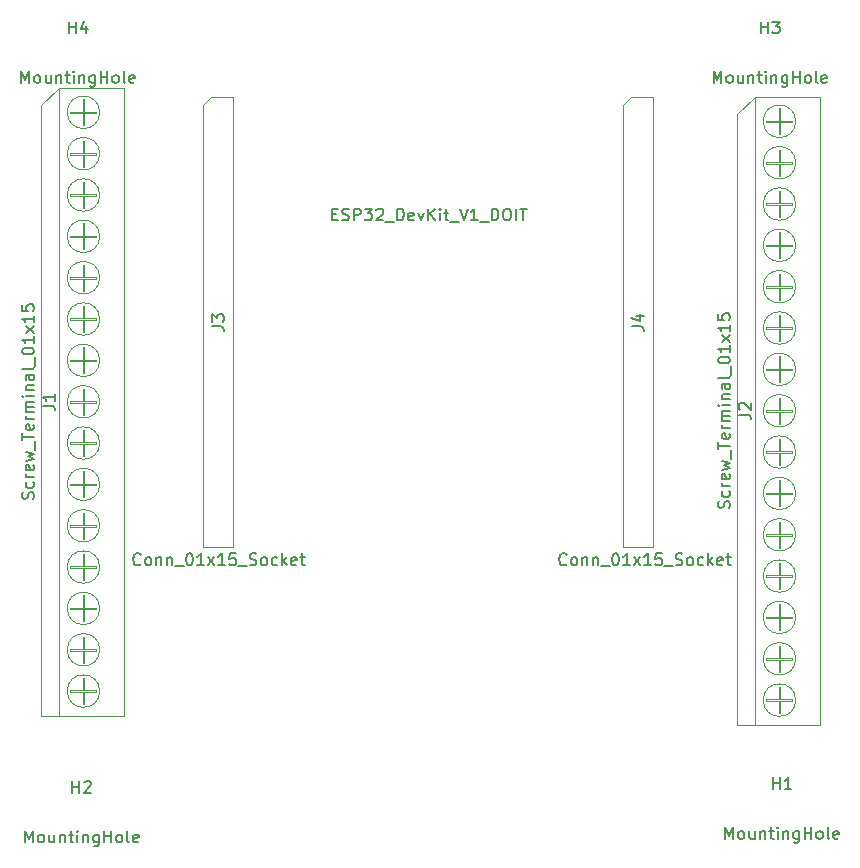
<source format=gbr>
%TF.GenerationSoftware,KiCad,Pcbnew,7.0.10-7.0.10~ubuntu22.04.1*%
%TF.CreationDate,2024-02-12T01:26:09+01:00*%
%TF.ProjectId,screw_terminal_breakout_board_esp32,73637265-775f-4746-9572-6d696e616c5f,rev?*%
%TF.SameCoordinates,Original*%
%TF.FileFunction,AssemblyDrawing,Top*%
%FSLAX46Y46*%
G04 Gerber Fmt 4.6, Leading zero omitted, Abs format (unit mm)*
G04 Created by KiCad (PCBNEW 7.0.10-7.0.10~ubuntu22.04.1) date 2024-02-12 01:26:09*
%MOMM*%
%LPD*%
G01*
G04 APERTURE LIST*
%ADD10C,0.150000*%
%ADD11C,0.100000*%
G04 APERTURE END LIST*
D10*
X105294285Y-64734819D02*
X105294285Y-63734819D01*
X105294285Y-63734819D02*
X105627618Y-64449104D01*
X105627618Y-64449104D02*
X105960951Y-63734819D01*
X105960951Y-63734819D02*
X105960951Y-64734819D01*
X106579999Y-64734819D02*
X106484761Y-64687200D01*
X106484761Y-64687200D02*
X106437142Y-64639580D01*
X106437142Y-64639580D02*
X106389523Y-64544342D01*
X106389523Y-64544342D02*
X106389523Y-64258628D01*
X106389523Y-64258628D02*
X106437142Y-64163390D01*
X106437142Y-64163390D02*
X106484761Y-64115771D01*
X106484761Y-64115771D02*
X106579999Y-64068152D01*
X106579999Y-64068152D02*
X106722856Y-64068152D01*
X106722856Y-64068152D02*
X106818094Y-64115771D01*
X106818094Y-64115771D02*
X106865713Y-64163390D01*
X106865713Y-64163390D02*
X106913332Y-64258628D01*
X106913332Y-64258628D02*
X106913332Y-64544342D01*
X106913332Y-64544342D02*
X106865713Y-64639580D01*
X106865713Y-64639580D02*
X106818094Y-64687200D01*
X106818094Y-64687200D02*
X106722856Y-64734819D01*
X106722856Y-64734819D02*
X106579999Y-64734819D01*
X107770475Y-64068152D02*
X107770475Y-64734819D01*
X107341904Y-64068152D02*
X107341904Y-64591961D01*
X107341904Y-64591961D02*
X107389523Y-64687200D01*
X107389523Y-64687200D02*
X107484761Y-64734819D01*
X107484761Y-64734819D02*
X107627618Y-64734819D01*
X107627618Y-64734819D02*
X107722856Y-64687200D01*
X107722856Y-64687200D02*
X107770475Y-64639580D01*
X108246666Y-64068152D02*
X108246666Y-64734819D01*
X108246666Y-64163390D02*
X108294285Y-64115771D01*
X108294285Y-64115771D02*
X108389523Y-64068152D01*
X108389523Y-64068152D02*
X108532380Y-64068152D01*
X108532380Y-64068152D02*
X108627618Y-64115771D01*
X108627618Y-64115771D02*
X108675237Y-64211009D01*
X108675237Y-64211009D02*
X108675237Y-64734819D01*
X109008571Y-64068152D02*
X109389523Y-64068152D01*
X109151428Y-63734819D02*
X109151428Y-64591961D01*
X109151428Y-64591961D02*
X109199047Y-64687200D01*
X109199047Y-64687200D02*
X109294285Y-64734819D01*
X109294285Y-64734819D02*
X109389523Y-64734819D01*
X109722857Y-64734819D02*
X109722857Y-64068152D01*
X109722857Y-63734819D02*
X109675238Y-63782438D01*
X109675238Y-63782438D02*
X109722857Y-63830057D01*
X109722857Y-63830057D02*
X109770476Y-63782438D01*
X109770476Y-63782438D02*
X109722857Y-63734819D01*
X109722857Y-63734819D02*
X109722857Y-63830057D01*
X110199047Y-64068152D02*
X110199047Y-64734819D01*
X110199047Y-64163390D02*
X110246666Y-64115771D01*
X110246666Y-64115771D02*
X110341904Y-64068152D01*
X110341904Y-64068152D02*
X110484761Y-64068152D01*
X110484761Y-64068152D02*
X110579999Y-64115771D01*
X110579999Y-64115771D02*
X110627618Y-64211009D01*
X110627618Y-64211009D02*
X110627618Y-64734819D01*
X111532380Y-64068152D02*
X111532380Y-64877676D01*
X111532380Y-64877676D02*
X111484761Y-64972914D01*
X111484761Y-64972914D02*
X111437142Y-65020533D01*
X111437142Y-65020533D02*
X111341904Y-65068152D01*
X111341904Y-65068152D02*
X111199047Y-65068152D01*
X111199047Y-65068152D02*
X111103809Y-65020533D01*
X111532380Y-64687200D02*
X111437142Y-64734819D01*
X111437142Y-64734819D02*
X111246666Y-64734819D01*
X111246666Y-64734819D02*
X111151428Y-64687200D01*
X111151428Y-64687200D02*
X111103809Y-64639580D01*
X111103809Y-64639580D02*
X111056190Y-64544342D01*
X111056190Y-64544342D02*
X111056190Y-64258628D01*
X111056190Y-64258628D02*
X111103809Y-64163390D01*
X111103809Y-64163390D02*
X111151428Y-64115771D01*
X111151428Y-64115771D02*
X111246666Y-64068152D01*
X111246666Y-64068152D02*
X111437142Y-64068152D01*
X111437142Y-64068152D02*
X111532380Y-64115771D01*
X112008571Y-64734819D02*
X112008571Y-63734819D01*
X112008571Y-64211009D02*
X112579999Y-64211009D01*
X112579999Y-64734819D02*
X112579999Y-63734819D01*
X113199047Y-64734819D02*
X113103809Y-64687200D01*
X113103809Y-64687200D02*
X113056190Y-64639580D01*
X113056190Y-64639580D02*
X113008571Y-64544342D01*
X113008571Y-64544342D02*
X113008571Y-64258628D01*
X113008571Y-64258628D02*
X113056190Y-64163390D01*
X113056190Y-64163390D02*
X113103809Y-64115771D01*
X113103809Y-64115771D02*
X113199047Y-64068152D01*
X113199047Y-64068152D02*
X113341904Y-64068152D01*
X113341904Y-64068152D02*
X113437142Y-64115771D01*
X113437142Y-64115771D02*
X113484761Y-64163390D01*
X113484761Y-64163390D02*
X113532380Y-64258628D01*
X113532380Y-64258628D02*
X113532380Y-64544342D01*
X113532380Y-64544342D02*
X113484761Y-64639580D01*
X113484761Y-64639580D02*
X113437142Y-64687200D01*
X113437142Y-64687200D02*
X113341904Y-64734819D01*
X113341904Y-64734819D02*
X113199047Y-64734819D01*
X114103809Y-64734819D02*
X114008571Y-64687200D01*
X114008571Y-64687200D02*
X113960952Y-64591961D01*
X113960952Y-64591961D02*
X113960952Y-63734819D01*
X114865714Y-64687200D02*
X114770476Y-64734819D01*
X114770476Y-64734819D02*
X114580000Y-64734819D01*
X114580000Y-64734819D02*
X114484762Y-64687200D01*
X114484762Y-64687200D02*
X114437143Y-64591961D01*
X114437143Y-64591961D02*
X114437143Y-64211009D01*
X114437143Y-64211009D02*
X114484762Y-64115771D01*
X114484762Y-64115771D02*
X114580000Y-64068152D01*
X114580000Y-64068152D02*
X114770476Y-64068152D01*
X114770476Y-64068152D02*
X114865714Y-64115771D01*
X114865714Y-64115771D02*
X114913333Y-64211009D01*
X114913333Y-64211009D02*
X114913333Y-64306247D01*
X114913333Y-64306247D02*
X114437143Y-64401485D01*
X109318095Y-60534819D02*
X109318095Y-59534819D01*
X109318095Y-60011009D02*
X109889523Y-60011009D01*
X109889523Y-60534819D02*
X109889523Y-59534819D01*
X110794285Y-59868152D02*
X110794285Y-60534819D01*
X110556190Y-59487200D02*
X110318095Y-60201485D01*
X110318095Y-60201485D02*
X110937142Y-60201485D01*
X163894285Y-64734819D02*
X163894285Y-63734819D01*
X163894285Y-63734819D02*
X164227618Y-64449104D01*
X164227618Y-64449104D02*
X164560951Y-63734819D01*
X164560951Y-63734819D02*
X164560951Y-64734819D01*
X165179999Y-64734819D02*
X165084761Y-64687200D01*
X165084761Y-64687200D02*
X165037142Y-64639580D01*
X165037142Y-64639580D02*
X164989523Y-64544342D01*
X164989523Y-64544342D02*
X164989523Y-64258628D01*
X164989523Y-64258628D02*
X165037142Y-64163390D01*
X165037142Y-64163390D02*
X165084761Y-64115771D01*
X165084761Y-64115771D02*
X165179999Y-64068152D01*
X165179999Y-64068152D02*
X165322856Y-64068152D01*
X165322856Y-64068152D02*
X165418094Y-64115771D01*
X165418094Y-64115771D02*
X165465713Y-64163390D01*
X165465713Y-64163390D02*
X165513332Y-64258628D01*
X165513332Y-64258628D02*
X165513332Y-64544342D01*
X165513332Y-64544342D02*
X165465713Y-64639580D01*
X165465713Y-64639580D02*
X165418094Y-64687200D01*
X165418094Y-64687200D02*
X165322856Y-64734819D01*
X165322856Y-64734819D02*
X165179999Y-64734819D01*
X166370475Y-64068152D02*
X166370475Y-64734819D01*
X165941904Y-64068152D02*
X165941904Y-64591961D01*
X165941904Y-64591961D02*
X165989523Y-64687200D01*
X165989523Y-64687200D02*
X166084761Y-64734819D01*
X166084761Y-64734819D02*
X166227618Y-64734819D01*
X166227618Y-64734819D02*
X166322856Y-64687200D01*
X166322856Y-64687200D02*
X166370475Y-64639580D01*
X166846666Y-64068152D02*
X166846666Y-64734819D01*
X166846666Y-64163390D02*
X166894285Y-64115771D01*
X166894285Y-64115771D02*
X166989523Y-64068152D01*
X166989523Y-64068152D02*
X167132380Y-64068152D01*
X167132380Y-64068152D02*
X167227618Y-64115771D01*
X167227618Y-64115771D02*
X167275237Y-64211009D01*
X167275237Y-64211009D02*
X167275237Y-64734819D01*
X167608571Y-64068152D02*
X167989523Y-64068152D01*
X167751428Y-63734819D02*
X167751428Y-64591961D01*
X167751428Y-64591961D02*
X167799047Y-64687200D01*
X167799047Y-64687200D02*
X167894285Y-64734819D01*
X167894285Y-64734819D02*
X167989523Y-64734819D01*
X168322857Y-64734819D02*
X168322857Y-64068152D01*
X168322857Y-63734819D02*
X168275238Y-63782438D01*
X168275238Y-63782438D02*
X168322857Y-63830057D01*
X168322857Y-63830057D02*
X168370476Y-63782438D01*
X168370476Y-63782438D02*
X168322857Y-63734819D01*
X168322857Y-63734819D02*
X168322857Y-63830057D01*
X168799047Y-64068152D02*
X168799047Y-64734819D01*
X168799047Y-64163390D02*
X168846666Y-64115771D01*
X168846666Y-64115771D02*
X168941904Y-64068152D01*
X168941904Y-64068152D02*
X169084761Y-64068152D01*
X169084761Y-64068152D02*
X169179999Y-64115771D01*
X169179999Y-64115771D02*
X169227618Y-64211009D01*
X169227618Y-64211009D02*
X169227618Y-64734819D01*
X170132380Y-64068152D02*
X170132380Y-64877676D01*
X170132380Y-64877676D02*
X170084761Y-64972914D01*
X170084761Y-64972914D02*
X170037142Y-65020533D01*
X170037142Y-65020533D02*
X169941904Y-65068152D01*
X169941904Y-65068152D02*
X169799047Y-65068152D01*
X169799047Y-65068152D02*
X169703809Y-65020533D01*
X170132380Y-64687200D02*
X170037142Y-64734819D01*
X170037142Y-64734819D02*
X169846666Y-64734819D01*
X169846666Y-64734819D02*
X169751428Y-64687200D01*
X169751428Y-64687200D02*
X169703809Y-64639580D01*
X169703809Y-64639580D02*
X169656190Y-64544342D01*
X169656190Y-64544342D02*
X169656190Y-64258628D01*
X169656190Y-64258628D02*
X169703809Y-64163390D01*
X169703809Y-64163390D02*
X169751428Y-64115771D01*
X169751428Y-64115771D02*
X169846666Y-64068152D01*
X169846666Y-64068152D02*
X170037142Y-64068152D01*
X170037142Y-64068152D02*
X170132380Y-64115771D01*
X170608571Y-64734819D02*
X170608571Y-63734819D01*
X170608571Y-64211009D02*
X171179999Y-64211009D01*
X171179999Y-64734819D02*
X171179999Y-63734819D01*
X171799047Y-64734819D02*
X171703809Y-64687200D01*
X171703809Y-64687200D02*
X171656190Y-64639580D01*
X171656190Y-64639580D02*
X171608571Y-64544342D01*
X171608571Y-64544342D02*
X171608571Y-64258628D01*
X171608571Y-64258628D02*
X171656190Y-64163390D01*
X171656190Y-64163390D02*
X171703809Y-64115771D01*
X171703809Y-64115771D02*
X171799047Y-64068152D01*
X171799047Y-64068152D02*
X171941904Y-64068152D01*
X171941904Y-64068152D02*
X172037142Y-64115771D01*
X172037142Y-64115771D02*
X172084761Y-64163390D01*
X172084761Y-64163390D02*
X172132380Y-64258628D01*
X172132380Y-64258628D02*
X172132380Y-64544342D01*
X172132380Y-64544342D02*
X172084761Y-64639580D01*
X172084761Y-64639580D02*
X172037142Y-64687200D01*
X172037142Y-64687200D02*
X171941904Y-64734819D01*
X171941904Y-64734819D02*
X171799047Y-64734819D01*
X172703809Y-64734819D02*
X172608571Y-64687200D01*
X172608571Y-64687200D02*
X172560952Y-64591961D01*
X172560952Y-64591961D02*
X172560952Y-63734819D01*
X173465714Y-64687200D02*
X173370476Y-64734819D01*
X173370476Y-64734819D02*
X173180000Y-64734819D01*
X173180000Y-64734819D02*
X173084762Y-64687200D01*
X173084762Y-64687200D02*
X173037143Y-64591961D01*
X173037143Y-64591961D02*
X173037143Y-64211009D01*
X173037143Y-64211009D02*
X173084762Y-64115771D01*
X173084762Y-64115771D02*
X173180000Y-64068152D01*
X173180000Y-64068152D02*
X173370476Y-64068152D01*
X173370476Y-64068152D02*
X173465714Y-64115771D01*
X173465714Y-64115771D02*
X173513333Y-64211009D01*
X173513333Y-64211009D02*
X173513333Y-64306247D01*
X173513333Y-64306247D02*
X173037143Y-64401485D01*
X167918095Y-60534819D02*
X167918095Y-59534819D01*
X167918095Y-60011009D02*
X168489523Y-60011009D01*
X168489523Y-60534819D02*
X168489523Y-59534819D01*
X168870476Y-59534819D02*
X169489523Y-59534819D01*
X169489523Y-59534819D02*
X169156190Y-59915771D01*
X169156190Y-59915771D02*
X169299047Y-59915771D01*
X169299047Y-59915771D02*
X169394285Y-59963390D01*
X169394285Y-59963390D02*
X169441904Y-60011009D01*
X169441904Y-60011009D02*
X169489523Y-60106247D01*
X169489523Y-60106247D02*
X169489523Y-60344342D01*
X169489523Y-60344342D02*
X169441904Y-60439580D01*
X169441904Y-60439580D02*
X169394285Y-60487200D01*
X169394285Y-60487200D02*
X169299047Y-60534819D01*
X169299047Y-60534819D02*
X169013333Y-60534819D01*
X169013333Y-60534819D02*
X168918095Y-60487200D01*
X168918095Y-60487200D02*
X168870476Y-60439580D01*
X105597229Y-129037763D02*
X105597229Y-128037763D01*
X105597229Y-128037763D02*
X105930562Y-128752048D01*
X105930562Y-128752048D02*
X106263895Y-128037763D01*
X106263895Y-128037763D02*
X106263895Y-129037763D01*
X106882943Y-129037763D02*
X106787705Y-128990144D01*
X106787705Y-128990144D02*
X106740086Y-128942524D01*
X106740086Y-128942524D02*
X106692467Y-128847286D01*
X106692467Y-128847286D02*
X106692467Y-128561572D01*
X106692467Y-128561572D02*
X106740086Y-128466334D01*
X106740086Y-128466334D02*
X106787705Y-128418715D01*
X106787705Y-128418715D02*
X106882943Y-128371096D01*
X106882943Y-128371096D02*
X107025800Y-128371096D01*
X107025800Y-128371096D02*
X107121038Y-128418715D01*
X107121038Y-128418715D02*
X107168657Y-128466334D01*
X107168657Y-128466334D02*
X107216276Y-128561572D01*
X107216276Y-128561572D02*
X107216276Y-128847286D01*
X107216276Y-128847286D02*
X107168657Y-128942524D01*
X107168657Y-128942524D02*
X107121038Y-128990144D01*
X107121038Y-128990144D02*
X107025800Y-129037763D01*
X107025800Y-129037763D02*
X106882943Y-129037763D01*
X108073419Y-128371096D02*
X108073419Y-129037763D01*
X107644848Y-128371096D02*
X107644848Y-128894905D01*
X107644848Y-128894905D02*
X107692467Y-128990144D01*
X107692467Y-128990144D02*
X107787705Y-129037763D01*
X107787705Y-129037763D02*
X107930562Y-129037763D01*
X107930562Y-129037763D02*
X108025800Y-128990144D01*
X108025800Y-128990144D02*
X108073419Y-128942524D01*
X108549610Y-128371096D02*
X108549610Y-129037763D01*
X108549610Y-128466334D02*
X108597229Y-128418715D01*
X108597229Y-128418715D02*
X108692467Y-128371096D01*
X108692467Y-128371096D02*
X108835324Y-128371096D01*
X108835324Y-128371096D02*
X108930562Y-128418715D01*
X108930562Y-128418715D02*
X108978181Y-128513953D01*
X108978181Y-128513953D02*
X108978181Y-129037763D01*
X109311515Y-128371096D02*
X109692467Y-128371096D01*
X109454372Y-128037763D02*
X109454372Y-128894905D01*
X109454372Y-128894905D02*
X109501991Y-128990144D01*
X109501991Y-128990144D02*
X109597229Y-129037763D01*
X109597229Y-129037763D02*
X109692467Y-129037763D01*
X110025801Y-129037763D02*
X110025801Y-128371096D01*
X110025801Y-128037763D02*
X109978182Y-128085382D01*
X109978182Y-128085382D02*
X110025801Y-128133001D01*
X110025801Y-128133001D02*
X110073420Y-128085382D01*
X110073420Y-128085382D02*
X110025801Y-128037763D01*
X110025801Y-128037763D02*
X110025801Y-128133001D01*
X110501991Y-128371096D02*
X110501991Y-129037763D01*
X110501991Y-128466334D02*
X110549610Y-128418715D01*
X110549610Y-128418715D02*
X110644848Y-128371096D01*
X110644848Y-128371096D02*
X110787705Y-128371096D01*
X110787705Y-128371096D02*
X110882943Y-128418715D01*
X110882943Y-128418715D02*
X110930562Y-128513953D01*
X110930562Y-128513953D02*
X110930562Y-129037763D01*
X111835324Y-128371096D02*
X111835324Y-129180620D01*
X111835324Y-129180620D02*
X111787705Y-129275858D01*
X111787705Y-129275858D02*
X111740086Y-129323477D01*
X111740086Y-129323477D02*
X111644848Y-129371096D01*
X111644848Y-129371096D02*
X111501991Y-129371096D01*
X111501991Y-129371096D02*
X111406753Y-129323477D01*
X111835324Y-128990144D02*
X111740086Y-129037763D01*
X111740086Y-129037763D02*
X111549610Y-129037763D01*
X111549610Y-129037763D02*
X111454372Y-128990144D01*
X111454372Y-128990144D02*
X111406753Y-128942524D01*
X111406753Y-128942524D02*
X111359134Y-128847286D01*
X111359134Y-128847286D02*
X111359134Y-128561572D01*
X111359134Y-128561572D02*
X111406753Y-128466334D01*
X111406753Y-128466334D02*
X111454372Y-128418715D01*
X111454372Y-128418715D02*
X111549610Y-128371096D01*
X111549610Y-128371096D02*
X111740086Y-128371096D01*
X111740086Y-128371096D02*
X111835324Y-128418715D01*
X112311515Y-129037763D02*
X112311515Y-128037763D01*
X112311515Y-128513953D02*
X112882943Y-128513953D01*
X112882943Y-129037763D02*
X112882943Y-128037763D01*
X113501991Y-129037763D02*
X113406753Y-128990144D01*
X113406753Y-128990144D02*
X113359134Y-128942524D01*
X113359134Y-128942524D02*
X113311515Y-128847286D01*
X113311515Y-128847286D02*
X113311515Y-128561572D01*
X113311515Y-128561572D02*
X113359134Y-128466334D01*
X113359134Y-128466334D02*
X113406753Y-128418715D01*
X113406753Y-128418715D02*
X113501991Y-128371096D01*
X113501991Y-128371096D02*
X113644848Y-128371096D01*
X113644848Y-128371096D02*
X113740086Y-128418715D01*
X113740086Y-128418715D02*
X113787705Y-128466334D01*
X113787705Y-128466334D02*
X113835324Y-128561572D01*
X113835324Y-128561572D02*
X113835324Y-128847286D01*
X113835324Y-128847286D02*
X113787705Y-128942524D01*
X113787705Y-128942524D02*
X113740086Y-128990144D01*
X113740086Y-128990144D02*
X113644848Y-129037763D01*
X113644848Y-129037763D02*
X113501991Y-129037763D01*
X114406753Y-129037763D02*
X114311515Y-128990144D01*
X114311515Y-128990144D02*
X114263896Y-128894905D01*
X114263896Y-128894905D02*
X114263896Y-128037763D01*
X115168658Y-128990144D02*
X115073420Y-129037763D01*
X115073420Y-129037763D02*
X114882944Y-129037763D01*
X114882944Y-129037763D02*
X114787706Y-128990144D01*
X114787706Y-128990144D02*
X114740087Y-128894905D01*
X114740087Y-128894905D02*
X114740087Y-128513953D01*
X114740087Y-128513953D02*
X114787706Y-128418715D01*
X114787706Y-128418715D02*
X114882944Y-128371096D01*
X114882944Y-128371096D02*
X115073420Y-128371096D01*
X115073420Y-128371096D02*
X115168658Y-128418715D01*
X115168658Y-128418715D02*
X115216277Y-128513953D01*
X115216277Y-128513953D02*
X115216277Y-128609191D01*
X115216277Y-128609191D02*
X114740087Y-128704429D01*
X109621039Y-124837763D02*
X109621039Y-123837763D01*
X109621039Y-124313953D02*
X110192467Y-124313953D01*
X110192467Y-124837763D02*
X110192467Y-123837763D01*
X110621039Y-123933001D02*
X110668658Y-123885382D01*
X110668658Y-123885382D02*
X110763896Y-123837763D01*
X110763896Y-123837763D02*
X111001991Y-123837763D01*
X111001991Y-123837763D02*
X111097229Y-123885382D01*
X111097229Y-123885382D02*
X111144848Y-123933001D01*
X111144848Y-123933001D02*
X111192467Y-124028239D01*
X111192467Y-124028239D02*
X111192467Y-124123477D01*
X111192467Y-124123477D02*
X111144848Y-124266334D01*
X111144848Y-124266334D02*
X110573420Y-124837763D01*
X110573420Y-124837763D02*
X111192467Y-124837763D01*
X164894285Y-128734819D02*
X164894285Y-127734819D01*
X164894285Y-127734819D02*
X165227618Y-128449104D01*
X165227618Y-128449104D02*
X165560951Y-127734819D01*
X165560951Y-127734819D02*
X165560951Y-128734819D01*
X166179999Y-128734819D02*
X166084761Y-128687200D01*
X166084761Y-128687200D02*
X166037142Y-128639580D01*
X166037142Y-128639580D02*
X165989523Y-128544342D01*
X165989523Y-128544342D02*
X165989523Y-128258628D01*
X165989523Y-128258628D02*
X166037142Y-128163390D01*
X166037142Y-128163390D02*
X166084761Y-128115771D01*
X166084761Y-128115771D02*
X166179999Y-128068152D01*
X166179999Y-128068152D02*
X166322856Y-128068152D01*
X166322856Y-128068152D02*
X166418094Y-128115771D01*
X166418094Y-128115771D02*
X166465713Y-128163390D01*
X166465713Y-128163390D02*
X166513332Y-128258628D01*
X166513332Y-128258628D02*
X166513332Y-128544342D01*
X166513332Y-128544342D02*
X166465713Y-128639580D01*
X166465713Y-128639580D02*
X166418094Y-128687200D01*
X166418094Y-128687200D02*
X166322856Y-128734819D01*
X166322856Y-128734819D02*
X166179999Y-128734819D01*
X167370475Y-128068152D02*
X167370475Y-128734819D01*
X166941904Y-128068152D02*
X166941904Y-128591961D01*
X166941904Y-128591961D02*
X166989523Y-128687200D01*
X166989523Y-128687200D02*
X167084761Y-128734819D01*
X167084761Y-128734819D02*
X167227618Y-128734819D01*
X167227618Y-128734819D02*
X167322856Y-128687200D01*
X167322856Y-128687200D02*
X167370475Y-128639580D01*
X167846666Y-128068152D02*
X167846666Y-128734819D01*
X167846666Y-128163390D02*
X167894285Y-128115771D01*
X167894285Y-128115771D02*
X167989523Y-128068152D01*
X167989523Y-128068152D02*
X168132380Y-128068152D01*
X168132380Y-128068152D02*
X168227618Y-128115771D01*
X168227618Y-128115771D02*
X168275237Y-128211009D01*
X168275237Y-128211009D02*
X168275237Y-128734819D01*
X168608571Y-128068152D02*
X168989523Y-128068152D01*
X168751428Y-127734819D02*
X168751428Y-128591961D01*
X168751428Y-128591961D02*
X168799047Y-128687200D01*
X168799047Y-128687200D02*
X168894285Y-128734819D01*
X168894285Y-128734819D02*
X168989523Y-128734819D01*
X169322857Y-128734819D02*
X169322857Y-128068152D01*
X169322857Y-127734819D02*
X169275238Y-127782438D01*
X169275238Y-127782438D02*
X169322857Y-127830057D01*
X169322857Y-127830057D02*
X169370476Y-127782438D01*
X169370476Y-127782438D02*
X169322857Y-127734819D01*
X169322857Y-127734819D02*
X169322857Y-127830057D01*
X169799047Y-128068152D02*
X169799047Y-128734819D01*
X169799047Y-128163390D02*
X169846666Y-128115771D01*
X169846666Y-128115771D02*
X169941904Y-128068152D01*
X169941904Y-128068152D02*
X170084761Y-128068152D01*
X170084761Y-128068152D02*
X170179999Y-128115771D01*
X170179999Y-128115771D02*
X170227618Y-128211009D01*
X170227618Y-128211009D02*
X170227618Y-128734819D01*
X171132380Y-128068152D02*
X171132380Y-128877676D01*
X171132380Y-128877676D02*
X171084761Y-128972914D01*
X171084761Y-128972914D02*
X171037142Y-129020533D01*
X171037142Y-129020533D02*
X170941904Y-129068152D01*
X170941904Y-129068152D02*
X170799047Y-129068152D01*
X170799047Y-129068152D02*
X170703809Y-129020533D01*
X171132380Y-128687200D02*
X171037142Y-128734819D01*
X171037142Y-128734819D02*
X170846666Y-128734819D01*
X170846666Y-128734819D02*
X170751428Y-128687200D01*
X170751428Y-128687200D02*
X170703809Y-128639580D01*
X170703809Y-128639580D02*
X170656190Y-128544342D01*
X170656190Y-128544342D02*
X170656190Y-128258628D01*
X170656190Y-128258628D02*
X170703809Y-128163390D01*
X170703809Y-128163390D02*
X170751428Y-128115771D01*
X170751428Y-128115771D02*
X170846666Y-128068152D01*
X170846666Y-128068152D02*
X171037142Y-128068152D01*
X171037142Y-128068152D02*
X171132380Y-128115771D01*
X171608571Y-128734819D02*
X171608571Y-127734819D01*
X171608571Y-128211009D02*
X172179999Y-128211009D01*
X172179999Y-128734819D02*
X172179999Y-127734819D01*
X172799047Y-128734819D02*
X172703809Y-128687200D01*
X172703809Y-128687200D02*
X172656190Y-128639580D01*
X172656190Y-128639580D02*
X172608571Y-128544342D01*
X172608571Y-128544342D02*
X172608571Y-128258628D01*
X172608571Y-128258628D02*
X172656190Y-128163390D01*
X172656190Y-128163390D02*
X172703809Y-128115771D01*
X172703809Y-128115771D02*
X172799047Y-128068152D01*
X172799047Y-128068152D02*
X172941904Y-128068152D01*
X172941904Y-128068152D02*
X173037142Y-128115771D01*
X173037142Y-128115771D02*
X173084761Y-128163390D01*
X173084761Y-128163390D02*
X173132380Y-128258628D01*
X173132380Y-128258628D02*
X173132380Y-128544342D01*
X173132380Y-128544342D02*
X173084761Y-128639580D01*
X173084761Y-128639580D02*
X173037142Y-128687200D01*
X173037142Y-128687200D02*
X172941904Y-128734819D01*
X172941904Y-128734819D02*
X172799047Y-128734819D01*
X173703809Y-128734819D02*
X173608571Y-128687200D01*
X173608571Y-128687200D02*
X173560952Y-128591961D01*
X173560952Y-128591961D02*
X173560952Y-127734819D01*
X174465714Y-128687200D02*
X174370476Y-128734819D01*
X174370476Y-128734819D02*
X174180000Y-128734819D01*
X174180000Y-128734819D02*
X174084762Y-128687200D01*
X174084762Y-128687200D02*
X174037143Y-128591961D01*
X174037143Y-128591961D02*
X174037143Y-128211009D01*
X174037143Y-128211009D02*
X174084762Y-128115771D01*
X174084762Y-128115771D02*
X174180000Y-128068152D01*
X174180000Y-128068152D02*
X174370476Y-128068152D01*
X174370476Y-128068152D02*
X174465714Y-128115771D01*
X174465714Y-128115771D02*
X174513333Y-128211009D01*
X174513333Y-128211009D02*
X174513333Y-128306247D01*
X174513333Y-128306247D02*
X174037143Y-128401485D01*
X168918095Y-124534819D02*
X168918095Y-123534819D01*
X168918095Y-124011009D02*
X169489523Y-124011009D01*
X169489523Y-124534819D02*
X169489523Y-123534819D01*
X170489523Y-124534819D02*
X169918095Y-124534819D01*
X170203809Y-124534819D02*
X170203809Y-123534819D01*
X170203809Y-123534819D02*
X170108571Y-123677676D01*
X170108571Y-123677676D02*
X170013333Y-123772914D01*
X170013333Y-123772914D02*
X169918095Y-123820533D01*
X131593333Y-75851009D02*
X131926666Y-75851009D01*
X132069523Y-76374819D02*
X131593333Y-76374819D01*
X131593333Y-76374819D02*
X131593333Y-75374819D01*
X131593333Y-75374819D02*
X132069523Y-75374819D01*
X132450476Y-76327200D02*
X132593333Y-76374819D01*
X132593333Y-76374819D02*
X132831428Y-76374819D01*
X132831428Y-76374819D02*
X132926666Y-76327200D01*
X132926666Y-76327200D02*
X132974285Y-76279580D01*
X132974285Y-76279580D02*
X133021904Y-76184342D01*
X133021904Y-76184342D02*
X133021904Y-76089104D01*
X133021904Y-76089104D02*
X132974285Y-75993866D01*
X132974285Y-75993866D02*
X132926666Y-75946247D01*
X132926666Y-75946247D02*
X132831428Y-75898628D01*
X132831428Y-75898628D02*
X132640952Y-75851009D01*
X132640952Y-75851009D02*
X132545714Y-75803390D01*
X132545714Y-75803390D02*
X132498095Y-75755771D01*
X132498095Y-75755771D02*
X132450476Y-75660533D01*
X132450476Y-75660533D02*
X132450476Y-75565295D01*
X132450476Y-75565295D02*
X132498095Y-75470057D01*
X132498095Y-75470057D02*
X132545714Y-75422438D01*
X132545714Y-75422438D02*
X132640952Y-75374819D01*
X132640952Y-75374819D02*
X132879047Y-75374819D01*
X132879047Y-75374819D02*
X133021904Y-75422438D01*
X133450476Y-76374819D02*
X133450476Y-75374819D01*
X133450476Y-75374819D02*
X133831428Y-75374819D01*
X133831428Y-75374819D02*
X133926666Y-75422438D01*
X133926666Y-75422438D02*
X133974285Y-75470057D01*
X133974285Y-75470057D02*
X134021904Y-75565295D01*
X134021904Y-75565295D02*
X134021904Y-75708152D01*
X134021904Y-75708152D02*
X133974285Y-75803390D01*
X133974285Y-75803390D02*
X133926666Y-75851009D01*
X133926666Y-75851009D02*
X133831428Y-75898628D01*
X133831428Y-75898628D02*
X133450476Y-75898628D01*
X134355238Y-75374819D02*
X134974285Y-75374819D01*
X134974285Y-75374819D02*
X134640952Y-75755771D01*
X134640952Y-75755771D02*
X134783809Y-75755771D01*
X134783809Y-75755771D02*
X134879047Y-75803390D01*
X134879047Y-75803390D02*
X134926666Y-75851009D01*
X134926666Y-75851009D02*
X134974285Y-75946247D01*
X134974285Y-75946247D02*
X134974285Y-76184342D01*
X134974285Y-76184342D02*
X134926666Y-76279580D01*
X134926666Y-76279580D02*
X134879047Y-76327200D01*
X134879047Y-76327200D02*
X134783809Y-76374819D01*
X134783809Y-76374819D02*
X134498095Y-76374819D01*
X134498095Y-76374819D02*
X134402857Y-76327200D01*
X134402857Y-76327200D02*
X134355238Y-76279580D01*
X135355238Y-75470057D02*
X135402857Y-75422438D01*
X135402857Y-75422438D02*
X135498095Y-75374819D01*
X135498095Y-75374819D02*
X135736190Y-75374819D01*
X135736190Y-75374819D02*
X135831428Y-75422438D01*
X135831428Y-75422438D02*
X135879047Y-75470057D01*
X135879047Y-75470057D02*
X135926666Y-75565295D01*
X135926666Y-75565295D02*
X135926666Y-75660533D01*
X135926666Y-75660533D02*
X135879047Y-75803390D01*
X135879047Y-75803390D02*
X135307619Y-76374819D01*
X135307619Y-76374819D02*
X135926666Y-76374819D01*
X136117143Y-76470057D02*
X136879047Y-76470057D01*
X137117143Y-76374819D02*
X137117143Y-75374819D01*
X137117143Y-75374819D02*
X137355238Y-75374819D01*
X137355238Y-75374819D02*
X137498095Y-75422438D01*
X137498095Y-75422438D02*
X137593333Y-75517676D01*
X137593333Y-75517676D02*
X137640952Y-75612914D01*
X137640952Y-75612914D02*
X137688571Y-75803390D01*
X137688571Y-75803390D02*
X137688571Y-75946247D01*
X137688571Y-75946247D02*
X137640952Y-76136723D01*
X137640952Y-76136723D02*
X137593333Y-76231961D01*
X137593333Y-76231961D02*
X137498095Y-76327200D01*
X137498095Y-76327200D02*
X137355238Y-76374819D01*
X137355238Y-76374819D02*
X137117143Y-76374819D01*
X138498095Y-76327200D02*
X138402857Y-76374819D01*
X138402857Y-76374819D02*
X138212381Y-76374819D01*
X138212381Y-76374819D02*
X138117143Y-76327200D01*
X138117143Y-76327200D02*
X138069524Y-76231961D01*
X138069524Y-76231961D02*
X138069524Y-75851009D01*
X138069524Y-75851009D02*
X138117143Y-75755771D01*
X138117143Y-75755771D02*
X138212381Y-75708152D01*
X138212381Y-75708152D02*
X138402857Y-75708152D01*
X138402857Y-75708152D02*
X138498095Y-75755771D01*
X138498095Y-75755771D02*
X138545714Y-75851009D01*
X138545714Y-75851009D02*
X138545714Y-75946247D01*
X138545714Y-75946247D02*
X138069524Y-76041485D01*
X138879048Y-75708152D02*
X139117143Y-76374819D01*
X139117143Y-76374819D02*
X139355238Y-75708152D01*
X139736191Y-76374819D02*
X139736191Y-75374819D01*
X140307619Y-76374819D02*
X139879048Y-75803390D01*
X140307619Y-75374819D02*
X139736191Y-75946247D01*
X140736191Y-76374819D02*
X140736191Y-75708152D01*
X140736191Y-75374819D02*
X140688572Y-75422438D01*
X140688572Y-75422438D02*
X140736191Y-75470057D01*
X140736191Y-75470057D02*
X140783810Y-75422438D01*
X140783810Y-75422438D02*
X140736191Y-75374819D01*
X140736191Y-75374819D02*
X140736191Y-75470057D01*
X141069524Y-75708152D02*
X141450476Y-75708152D01*
X141212381Y-75374819D02*
X141212381Y-76231961D01*
X141212381Y-76231961D02*
X141260000Y-76327200D01*
X141260000Y-76327200D02*
X141355238Y-76374819D01*
X141355238Y-76374819D02*
X141450476Y-76374819D01*
X141545715Y-76470057D02*
X142307619Y-76470057D01*
X142402858Y-75374819D02*
X142736191Y-76374819D01*
X142736191Y-76374819D02*
X143069524Y-75374819D01*
X143926667Y-76374819D02*
X143355239Y-76374819D01*
X143640953Y-76374819D02*
X143640953Y-75374819D01*
X143640953Y-75374819D02*
X143545715Y-75517676D01*
X143545715Y-75517676D02*
X143450477Y-75612914D01*
X143450477Y-75612914D02*
X143355239Y-75660533D01*
X144117144Y-76470057D02*
X144879048Y-76470057D01*
X145117144Y-76374819D02*
X145117144Y-75374819D01*
X145117144Y-75374819D02*
X145355239Y-75374819D01*
X145355239Y-75374819D02*
X145498096Y-75422438D01*
X145498096Y-75422438D02*
X145593334Y-75517676D01*
X145593334Y-75517676D02*
X145640953Y-75612914D01*
X145640953Y-75612914D02*
X145688572Y-75803390D01*
X145688572Y-75803390D02*
X145688572Y-75946247D01*
X145688572Y-75946247D02*
X145640953Y-76136723D01*
X145640953Y-76136723D02*
X145593334Y-76231961D01*
X145593334Y-76231961D02*
X145498096Y-76327200D01*
X145498096Y-76327200D02*
X145355239Y-76374819D01*
X145355239Y-76374819D02*
X145117144Y-76374819D01*
X146307620Y-75374819D02*
X146498096Y-75374819D01*
X146498096Y-75374819D02*
X146593334Y-75422438D01*
X146593334Y-75422438D02*
X146688572Y-75517676D01*
X146688572Y-75517676D02*
X146736191Y-75708152D01*
X146736191Y-75708152D02*
X146736191Y-76041485D01*
X146736191Y-76041485D02*
X146688572Y-76231961D01*
X146688572Y-76231961D02*
X146593334Y-76327200D01*
X146593334Y-76327200D02*
X146498096Y-76374819D01*
X146498096Y-76374819D02*
X146307620Y-76374819D01*
X146307620Y-76374819D02*
X146212382Y-76327200D01*
X146212382Y-76327200D02*
X146117144Y-76231961D01*
X146117144Y-76231961D02*
X146069525Y-76041485D01*
X146069525Y-76041485D02*
X146069525Y-75708152D01*
X146069525Y-75708152D02*
X146117144Y-75517676D01*
X146117144Y-75517676D02*
X146212382Y-75422438D01*
X146212382Y-75422438D02*
X146307620Y-75374819D01*
X147164763Y-76374819D02*
X147164763Y-75374819D01*
X147498096Y-75374819D02*
X148069524Y-75374819D01*
X147783810Y-76374819D02*
X147783810Y-75374819D01*
X106297200Y-99958095D02*
X106344819Y-99815238D01*
X106344819Y-99815238D02*
X106344819Y-99577143D01*
X106344819Y-99577143D02*
X106297200Y-99481905D01*
X106297200Y-99481905D02*
X106249580Y-99434286D01*
X106249580Y-99434286D02*
X106154342Y-99386667D01*
X106154342Y-99386667D02*
X106059104Y-99386667D01*
X106059104Y-99386667D02*
X105963866Y-99434286D01*
X105963866Y-99434286D02*
X105916247Y-99481905D01*
X105916247Y-99481905D02*
X105868628Y-99577143D01*
X105868628Y-99577143D02*
X105821009Y-99767619D01*
X105821009Y-99767619D02*
X105773390Y-99862857D01*
X105773390Y-99862857D02*
X105725771Y-99910476D01*
X105725771Y-99910476D02*
X105630533Y-99958095D01*
X105630533Y-99958095D02*
X105535295Y-99958095D01*
X105535295Y-99958095D02*
X105440057Y-99910476D01*
X105440057Y-99910476D02*
X105392438Y-99862857D01*
X105392438Y-99862857D02*
X105344819Y-99767619D01*
X105344819Y-99767619D02*
X105344819Y-99529524D01*
X105344819Y-99529524D02*
X105392438Y-99386667D01*
X106297200Y-98529524D02*
X106344819Y-98624762D01*
X106344819Y-98624762D02*
X106344819Y-98815238D01*
X106344819Y-98815238D02*
X106297200Y-98910476D01*
X106297200Y-98910476D02*
X106249580Y-98958095D01*
X106249580Y-98958095D02*
X106154342Y-99005714D01*
X106154342Y-99005714D02*
X105868628Y-99005714D01*
X105868628Y-99005714D02*
X105773390Y-98958095D01*
X105773390Y-98958095D02*
X105725771Y-98910476D01*
X105725771Y-98910476D02*
X105678152Y-98815238D01*
X105678152Y-98815238D02*
X105678152Y-98624762D01*
X105678152Y-98624762D02*
X105725771Y-98529524D01*
X106344819Y-98100952D02*
X105678152Y-98100952D01*
X105868628Y-98100952D02*
X105773390Y-98053333D01*
X105773390Y-98053333D02*
X105725771Y-98005714D01*
X105725771Y-98005714D02*
X105678152Y-97910476D01*
X105678152Y-97910476D02*
X105678152Y-97815238D01*
X106297200Y-97100952D02*
X106344819Y-97196190D01*
X106344819Y-97196190D02*
X106344819Y-97386666D01*
X106344819Y-97386666D02*
X106297200Y-97481904D01*
X106297200Y-97481904D02*
X106201961Y-97529523D01*
X106201961Y-97529523D02*
X105821009Y-97529523D01*
X105821009Y-97529523D02*
X105725771Y-97481904D01*
X105725771Y-97481904D02*
X105678152Y-97386666D01*
X105678152Y-97386666D02*
X105678152Y-97196190D01*
X105678152Y-97196190D02*
X105725771Y-97100952D01*
X105725771Y-97100952D02*
X105821009Y-97053333D01*
X105821009Y-97053333D02*
X105916247Y-97053333D01*
X105916247Y-97053333D02*
X106011485Y-97529523D01*
X105678152Y-96719999D02*
X106344819Y-96529523D01*
X106344819Y-96529523D02*
X105868628Y-96339047D01*
X105868628Y-96339047D02*
X106344819Y-96148571D01*
X106344819Y-96148571D02*
X105678152Y-95958095D01*
X106440057Y-95815238D02*
X106440057Y-95053333D01*
X105344819Y-94958094D02*
X105344819Y-94386666D01*
X106344819Y-94672380D02*
X105344819Y-94672380D01*
X106297200Y-93672380D02*
X106344819Y-93767618D01*
X106344819Y-93767618D02*
X106344819Y-93958094D01*
X106344819Y-93958094D02*
X106297200Y-94053332D01*
X106297200Y-94053332D02*
X106201961Y-94100951D01*
X106201961Y-94100951D02*
X105821009Y-94100951D01*
X105821009Y-94100951D02*
X105725771Y-94053332D01*
X105725771Y-94053332D02*
X105678152Y-93958094D01*
X105678152Y-93958094D02*
X105678152Y-93767618D01*
X105678152Y-93767618D02*
X105725771Y-93672380D01*
X105725771Y-93672380D02*
X105821009Y-93624761D01*
X105821009Y-93624761D02*
X105916247Y-93624761D01*
X105916247Y-93624761D02*
X106011485Y-94100951D01*
X106344819Y-93196189D02*
X105678152Y-93196189D01*
X105868628Y-93196189D02*
X105773390Y-93148570D01*
X105773390Y-93148570D02*
X105725771Y-93100951D01*
X105725771Y-93100951D02*
X105678152Y-93005713D01*
X105678152Y-93005713D02*
X105678152Y-92910475D01*
X106344819Y-92577141D02*
X105678152Y-92577141D01*
X105773390Y-92577141D02*
X105725771Y-92529522D01*
X105725771Y-92529522D02*
X105678152Y-92434284D01*
X105678152Y-92434284D02*
X105678152Y-92291427D01*
X105678152Y-92291427D02*
X105725771Y-92196189D01*
X105725771Y-92196189D02*
X105821009Y-92148570D01*
X105821009Y-92148570D02*
X106344819Y-92148570D01*
X105821009Y-92148570D02*
X105725771Y-92100951D01*
X105725771Y-92100951D02*
X105678152Y-92005713D01*
X105678152Y-92005713D02*
X105678152Y-91862856D01*
X105678152Y-91862856D02*
X105725771Y-91767617D01*
X105725771Y-91767617D02*
X105821009Y-91719998D01*
X105821009Y-91719998D02*
X106344819Y-91719998D01*
X106344819Y-91243808D02*
X105678152Y-91243808D01*
X105344819Y-91243808D02*
X105392438Y-91291427D01*
X105392438Y-91291427D02*
X105440057Y-91243808D01*
X105440057Y-91243808D02*
X105392438Y-91196189D01*
X105392438Y-91196189D02*
X105344819Y-91243808D01*
X105344819Y-91243808D02*
X105440057Y-91243808D01*
X105678152Y-90767618D02*
X106344819Y-90767618D01*
X105773390Y-90767618D02*
X105725771Y-90719999D01*
X105725771Y-90719999D02*
X105678152Y-90624761D01*
X105678152Y-90624761D02*
X105678152Y-90481904D01*
X105678152Y-90481904D02*
X105725771Y-90386666D01*
X105725771Y-90386666D02*
X105821009Y-90339047D01*
X105821009Y-90339047D02*
X106344819Y-90339047D01*
X106344819Y-89434285D02*
X105821009Y-89434285D01*
X105821009Y-89434285D02*
X105725771Y-89481904D01*
X105725771Y-89481904D02*
X105678152Y-89577142D01*
X105678152Y-89577142D02*
X105678152Y-89767618D01*
X105678152Y-89767618D02*
X105725771Y-89862856D01*
X106297200Y-89434285D02*
X106344819Y-89529523D01*
X106344819Y-89529523D02*
X106344819Y-89767618D01*
X106344819Y-89767618D02*
X106297200Y-89862856D01*
X106297200Y-89862856D02*
X106201961Y-89910475D01*
X106201961Y-89910475D02*
X106106723Y-89910475D01*
X106106723Y-89910475D02*
X106011485Y-89862856D01*
X106011485Y-89862856D02*
X105963866Y-89767618D01*
X105963866Y-89767618D02*
X105963866Y-89529523D01*
X105963866Y-89529523D02*
X105916247Y-89434285D01*
X106344819Y-88815237D02*
X106297200Y-88910475D01*
X106297200Y-88910475D02*
X106201961Y-88958094D01*
X106201961Y-88958094D02*
X105344819Y-88958094D01*
X106440057Y-88672380D02*
X106440057Y-87910475D01*
X105344819Y-87481903D02*
X105344819Y-87386665D01*
X105344819Y-87386665D02*
X105392438Y-87291427D01*
X105392438Y-87291427D02*
X105440057Y-87243808D01*
X105440057Y-87243808D02*
X105535295Y-87196189D01*
X105535295Y-87196189D02*
X105725771Y-87148570D01*
X105725771Y-87148570D02*
X105963866Y-87148570D01*
X105963866Y-87148570D02*
X106154342Y-87196189D01*
X106154342Y-87196189D02*
X106249580Y-87243808D01*
X106249580Y-87243808D02*
X106297200Y-87291427D01*
X106297200Y-87291427D02*
X106344819Y-87386665D01*
X106344819Y-87386665D02*
X106344819Y-87481903D01*
X106344819Y-87481903D02*
X106297200Y-87577141D01*
X106297200Y-87577141D02*
X106249580Y-87624760D01*
X106249580Y-87624760D02*
X106154342Y-87672379D01*
X106154342Y-87672379D02*
X105963866Y-87719998D01*
X105963866Y-87719998D02*
X105725771Y-87719998D01*
X105725771Y-87719998D02*
X105535295Y-87672379D01*
X105535295Y-87672379D02*
X105440057Y-87624760D01*
X105440057Y-87624760D02*
X105392438Y-87577141D01*
X105392438Y-87577141D02*
X105344819Y-87481903D01*
X106344819Y-86196189D02*
X106344819Y-86767617D01*
X106344819Y-86481903D02*
X105344819Y-86481903D01*
X105344819Y-86481903D02*
X105487676Y-86577141D01*
X105487676Y-86577141D02*
X105582914Y-86672379D01*
X105582914Y-86672379D02*
X105630533Y-86767617D01*
X106344819Y-85862855D02*
X105678152Y-85339046D01*
X105678152Y-85862855D02*
X106344819Y-85339046D01*
X106344819Y-84434284D02*
X106344819Y-85005712D01*
X106344819Y-84719998D02*
X105344819Y-84719998D01*
X105344819Y-84719998D02*
X105487676Y-84815236D01*
X105487676Y-84815236D02*
X105582914Y-84910474D01*
X105582914Y-84910474D02*
X105630533Y-85005712D01*
X105344819Y-83529522D02*
X105344819Y-84005712D01*
X105344819Y-84005712D02*
X105821009Y-84053331D01*
X105821009Y-84053331D02*
X105773390Y-84005712D01*
X105773390Y-84005712D02*
X105725771Y-83910474D01*
X105725771Y-83910474D02*
X105725771Y-83672379D01*
X105725771Y-83672379D02*
X105773390Y-83577141D01*
X105773390Y-83577141D02*
X105821009Y-83529522D01*
X105821009Y-83529522D02*
X105916247Y-83481903D01*
X105916247Y-83481903D02*
X106154342Y-83481903D01*
X106154342Y-83481903D02*
X106249580Y-83529522D01*
X106249580Y-83529522D02*
X106297200Y-83577141D01*
X106297200Y-83577141D02*
X106344819Y-83672379D01*
X106344819Y-83672379D02*
X106344819Y-83910474D01*
X106344819Y-83910474D02*
X106297200Y-84005712D01*
X106297200Y-84005712D02*
X106249580Y-84053331D01*
X107104819Y-92053333D02*
X107819104Y-92053333D01*
X107819104Y-92053333D02*
X107961961Y-92100952D01*
X107961961Y-92100952D02*
X108057200Y-92196190D01*
X108057200Y-92196190D02*
X108104819Y-92339047D01*
X108104819Y-92339047D02*
X108104819Y-92434285D01*
X108104819Y-91053333D02*
X108104819Y-91624761D01*
X108104819Y-91339047D02*
X107104819Y-91339047D01*
X107104819Y-91339047D02*
X107247676Y-91434285D01*
X107247676Y-91434285D02*
X107342914Y-91529523D01*
X107342914Y-91529523D02*
X107390533Y-91624761D01*
X165225200Y-100720095D02*
X165272819Y-100577238D01*
X165272819Y-100577238D02*
X165272819Y-100339143D01*
X165272819Y-100339143D02*
X165225200Y-100243905D01*
X165225200Y-100243905D02*
X165177580Y-100196286D01*
X165177580Y-100196286D02*
X165082342Y-100148667D01*
X165082342Y-100148667D02*
X164987104Y-100148667D01*
X164987104Y-100148667D02*
X164891866Y-100196286D01*
X164891866Y-100196286D02*
X164844247Y-100243905D01*
X164844247Y-100243905D02*
X164796628Y-100339143D01*
X164796628Y-100339143D02*
X164749009Y-100529619D01*
X164749009Y-100529619D02*
X164701390Y-100624857D01*
X164701390Y-100624857D02*
X164653771Y-100672476D01*
X164653771Y-100672476D02*
X164558533Y-100720095D01*
X164558533Y-100720095D02*
X164463295Y-100720095D01*
X164463295Y-100720095D02*
X164368057Y-100672476D01*
X164368057Y-100672476D02*
X164320438Y-100624857D01*
X164320438Y-100624857D02*
X164272819Y-100529619D01*
X164272819Y-100529619D02*
X164272819Y-100291524D01*
X164272819Y-100291524D02*
X164320438Y-100148667D01*
X165225200Y-99291524D02*
X165272819Y-99386762D01*
X165272819Y-99386762D02*
X165272819Y-99577238D01*
X165272819Y-99577238D02*
X165225200Y-99672476D01*
X165225200Y-99672476D02*
X165177580Y-99720095D01*
X165177580Y-99720095D02*
X165082342Y-99767714D01*
X165082342Y-99767714D02*
X164796628Y-99767714D01*
X164796628Y-99767714D02*
X164701390Y-99720095D01*
X164701390Y-99720095D02*
X164653771Y-99672476D01*
X164653771Y-99672476D02*
X164606152Y-99577238D01*
X164606152Y-99577238D02*
X164606152Y-99386762D01*
X164606152Y-99386762D02*
X164653771Y-99291524D01*
X165272819Y-98862952D02*
X164606152Y-98862952D01*
X164796628Y-98862952D02*
X164701390Y-98815333D01*
X164701390Y-98815333D02*
X164653771Y-98767714D01*
X164653771Y-98767714D02*
X164606152Y-98672476D01*
X164606152Y-98672476D02*
X164606152Y-98577238D01*
X165225200Y-97862952D02*
X165272819Y-97958190D01*
X165272819Y-97958190D02*
X165272819Y-98148666D01*
X165272819Y-98148666D02*
X165225200Y-98243904D01*
X165225200Y-98243904D02*
X165129961Y-98291523D01*
X165129961Y-98291523D02*
X164749009Y-98291523D01*
X164749009Y-98291523D02*
X164653771Y-98243904D01*
X164653771Y-98243904D02*
X164606152Y-98148666D01*
X164606152Y-98148666D02*
X164606152Y-97958190D01*
X164606152Y-97958190D02*
X164653771Y-97862952D01*
X164653771Y-97862952D02*
X164749009Y-97815333D01*
X164749009Y-97815333D02*
X164844247Y-97815333D01*
X164844247Y-97815333D02*
X164939485Y-98291523D01*
X164606152Y-97481999D02*
X165272819Y-97291523D01*
X165272819Y-97291523D02*
X164796628Y-97101047D01*
X164796628Y-97101047D02*
X165272819Y-96910571D01*
X165272819Y-96910571D02*
X164606152Y-96720095D01*
X165368057Y-96577238D02*
X165368057Y-95815333D01*
X164272819Y-95720094D02*
X164272819Y-95148666D01*
X165272819Y-95434380D02*
X164272819Y-95434380D01*
X165225200Y-94434380D02*
X165272819Y-94529618D01*
X165272819Y-94529618D02*
X165272819Y-94720094D01*
X165272819Y-94720094D02*
X165225200Y-94815332D01*
X165225200Y-94815332D02*
X165129961Y-94862951D01*
X165129961Y-94862951D02*
X164749009Y-94862951D01*
X164749009Y-94862951D02*
X164653771Y-94815332D01*
X164653771Y-94815332D02*
X164606152Y-94720094D01*
X164606152Y-94720094D02*
X164606152Y-94529618D01*
X164606152Y-94529618D02*
X164653771Y-94434380D01*
X164653771Y-94434380D02*
X164749009Y-94386761D01*
X164749009Y-94386761D02*
X164844247Y-94386761D01*
X164844247Y-94386761D02*
X164939485Y-94862951D01*
X165272819Y-93958189D02*
X164606152Y-93958189D01*
X164796628Y-93958189D02*
X164701390Y-93910570D01*
X164701390Y-93910570D02*
X164653771Y-93862951D01*
X164653771Y-93862951D02*
X164606152Y-93767713D01*
X164606152Y-93767713D02*
X164606152Y-93672475D01*
X165272819Y-93339141D02*
X164606152Y-93339141D01*
X164701390Y-93339141D02*
X164653771Y-93291522D01*
X164653771Y-93291522D02*
X164606152Y-93196284D01*
X164606152Y-93196284D02*
X164606152Y-93053427D01*
X164606152Y-93053427D02*
X164653771Y-92958189D01*
X164653771Y-92958189D02*
X164749009Y-92910570D01*
X164749009Y-92910570D02*
X165272819Y-92910570D01*
X164749009Y-92910570D02*
X164653771Y-92862951D01*
X164653771Y-92862951D02*
X164606152Y-92767713D01*
X164606152Y-92767713D02*
X164606152Y-92624856D01*
X164606152Y-92624856D02*
X164653771Y-92529617D01*
X164653771Y-92529617D02*
X164749009Y-92481998D01*
X164749009Y-92481998D02*
X165272819Y-92481998D01*
X165272819Y-92005808D02*
X164606152Y-92005808D01*
X164272819Y-92005808D02*
X164320438Y-92053427D01*
X164320438Y-92053427D02*
X164368057Y-92005808D01*
X164368057Y-92005808D02*
X164320438Y-91958189D01*
X164320438Y-91958189D02*
X164272819Y-92005808D01*
X164272819Y-92005808D02*
X164368057Y-92005808D01*
X164606152Y-91529618D02*
X165272819Y-91529618D01*
X164701390Y-91529618D02*
X164653771Y-91481999D01*
X164653771Y-91481999D02*
X164606152Y-91386761D01*
X164606152Y-91386761D02*
X164606152Y-91243904D01*
X164606152Y-91243904D02*
X164653771Y-91148666D01*
X164653771Y-91148666D02*
X164749009Y-91101047D01*
X164749009Y-91101047D02*
X165272819Y-91101047D01*
X165272819Y-90196285D02*
X164749009Y-90196285D01*
X164749009Y-90196285D02*
X164653771Y-90243904D01*
X164653771Y-90243904D02*
X164606152Y-90339142D01*
X164606152Y-90339142D02*
X164606152Y-90529618D01*
X164606152Y-90529618D02*
X164653771Y-90624856D01*
X165225200Y-90196285D02*
X165272819Y-90291523D01*
X165272819Y-90291523D02*
X165272819Y-90529618D01*
X165272819Y-90529618D02*
X165225200Y-90624856D01*
X165225200Y-90624856D02*
X165129961Y-90672475D01*
X165129961Y-90672475D02*
X165034723Y-90672475D01*
X165034723Y-90672475D02*
X164939485Y-90624856D01*
X164939485Y-90624856D02*
X164891866Y-90529618D01*
X164891866Y-90529618D02*
X164891866Y-90291523D01*
X164891866Y-90291523D02*
X164844247Y-90196285D01*
X165272819Y-89577237D02*
X165225200Y-89672475D01*
X165225200Y-89672475D02*
X165129961Y-89720094D01*
X165129961Y-89720094D02*
X164272819Y-89720094D01*
X165368057Y-89434380D02*
X165368057Y-88672475D01*
X164272819Y-88243903D02*
X164272819Y-88148665D01*
X164272819Y-88148665D02*
X164320438Y-88053427D01*
X164320438Y-88053427D02*
X164368057Y-88005808D01*
X164368057Y-88005808D02*
X164463295Y-87958189D01*
X164463295Y-87958189D02*
X164653771Y-87910570D01*
X164653771Y-87910570D02*
X164891866Y-87910570D01*
X164891866Y-87910570D02*
X165082342Y-87958189D01*
X165082342Y-87958189D02*
X165177580Y-88005808D01*
X165177580Y-88005808D02*
X165225200Y-88053427D01*
X165225200Y-88053427D02*
X165272819Y-88148665D01*
X165272819Y-88148665D02*
X165272819Y-88243903D01*
X165272819Y-88243903D02*
X165225200Y-88339141D01*
X165225200Y-88339141D02*
X165177580Y-88386760D01*
X165177580Y-88386760D02*
X165082342Y-88434379D01*
X165082342Y-88434379D02*
X164891866Y-88481998D01*
X164891866Y-88481998D02*
X164653771Y-88481998D01*
X164653771Y-88481998D02*
X164463295Y-88434379D01*
X164463295Y-88434379D02*
X164368057Y-88386760D01*
X164368057Y-88386760D02*
X164320438Y-88339141D01*
X164320438Y-88339141D02*
X164272819Y-88243903D01*
X165272819Y-86958189D02*
X165272819Y-87529617D01*
X165272819Y-87243903D02*
X164272819Y-87243903D01*
X164272819Y-87243903D02*
X164415676Y-87339141D01*
X164415676Y-87339141D02*
X164510914Y-87434379D01*
X164510914Y-87434379D02*
X164558533Y-87529617D01*
X165272819Y-86624855D02*
X164606152Y-86101046D01*
X164606152Y-86624855D02*
X165272819Y-86101046D01*
X165272819Y-85196284D02*
X165272819Y-85767712D01*
X165272819Y-85481998D02*
X164272819Y-85481998D01*
X164272819Y-85481998D02*
X164415676Y-85577236D01*
X164415676Y-85577236D02*
X164510914Y-85672474D01*
X164510914Y-85672474D02*
X164558533Y-85767712D01*
X164272819Y-84291522D02*
X164272819Y-84767712D01*
X164272819Y-84767712D02*
X164749009Y-84815331D01*
X164749009Y-84815331D02*
X164701390Y-84767712D01*
X164701390Y-84767712D02*
X164653771Y-84672474D01*
X164653771Y-84672474D02*
X164653771Y-84434379D01*
X164653771Y-84434379D02*
X164701390Y-84339141D01*
X164701390Y-84339141D02*
X164749009Y-84291522D01*
X164749009Y-84291522D02*
X164844247Y-84243903D01*
X164844247Y-84243903D02*
X165082342Y-84243903D01*
X165082342Y-84243903D02*
X165177580Y-84291522D01*
X165177580Y-84291522D02*
X165225200Y-84339141D01*
X165225200Y-84339141D02*
X165272819Y-84434379D01*
X165272819Y-84434379D02*
X165272819Y-84672474D01*
X165272819Y-84672474D02*
X165225200Y-84767712D01*
X165225200Y-84767712D02*
X165177580Y-84815331D01*
X166032819Y-92815333D02*
X166747104Y-92815333D01*
X166747104Y-92815333D02*
X166889961Y-92862952D01*
X166889961Y-92862952D02*
X166985200Y-92958190D01*
X166985200Y-92958190D02*
X167032819Y-93101047D01*
X167032819Y-93101047D02*
X167032819Y-93196285D01*
X166128057Y-92386761D02*
X166080438Y-92339142D01*
X166080438Y-92339142D02*
X166032819Y-92243904D01*
X166032819Y-92243904D02*
X166032819Y-92005809D01*
X166032819Y-92005809D02*
X166080438Y-91910571D01*
X166080438Y-91910571D02*
X166128057Y-91862952D01*
X166128057Y-91862952D02*
X166223295Y-91815333D01*
X166223295Y-91815333D02*
X166318533Y-91815333D01*
X166318533Y-91815333D02*
X166461390Y-91862952D01*
X166461390Y-91862952D02*
X167032819Y-92434380D01*
X167032819Y-92434380D02*
X167032819Y-91815333D01*
X151452760Y-105469580D02*
X151405141Y-105517200D01*
X151405141Y-105517200D02*
X151262284Y-105564819D01*
X151262284Y-105564819D02*
X151167046Y-105564819D01*
X151167046Y-105564819D02*
X151024189Y-105517200D01*
X151024189Y-105517200D02*
X150928951Y-105421961D01*
X150928951Y-105421961D02*
X150881332Y-105326723D01*
X150881332Y-105326723D02*
X150833713Y-105136247D01*
X150833713Y-105136247D02*
X150833713Y-104993390D01*
X150833713Y-104993390D02*
X150881332Y-104802914D01*
X150881332Y-104802914D02*
X150928951Y-104707676D01*
X150928951Y-104707676D02*
X151024189Y-104612438D01*
X151024189Y-104612438D02*
X151167046Y-104564819D01*
X151167046Y-104564819D02*
X151262284Y-104564819D01*
X151262284Y-104564819D02*
X151405141Y-104612438D01*
X151405141Y-104612438D02*
X151452760Y-104660057D01*
X152024189Y-105564819D02*
X151928951Y-105517200D01*
X151928951Y-105517200D02*
X151881332Y-105469580D01*
X151881332Y-105469580D02*
X151833713Y-105374342D01*
X151833713Y-105374342D02*
X151833713Y-105088628D01*
X151833713Y-105088628D02*
X151881332Y-104993390D01*
X151881332Y-104993390D02*
X151928951Y-104945771D01*
X151928951Y-104945771D02*
X152024189Y-104898152D01*
X152024189Y-104898152D02*
X152167046Y-104898152D01*
X152167046Y-104898152D02*
X152262284Y-104945771D01*
X152262284Y-104945771D02*
X152309903Y-104993390D01*
X152309903Y-104993390D02*
X152357522Y-105088628D01*
X152357522Y-105088628D02*
X152357522Y-105374342D01*
X152357522Y-105374342D02*
X152309903Y-105469580D01*
X152309903Y-105469580D02*
X152262284Y-105517200D01*
X152262284Y-105517200D02*
X152167046Y-105564819D01*
X152167046Y-105564819D02*
X152024189Y-105564819D01*
X152786094Y-104898152D02*
X152786094Y-105564819D01*
X152786094Y-104993390D02*
X152833713Y-104945771D01*
X152833713Y-104945771D02*
X152928951Y-104898152D01*
X152928951Y-104898152D02*
X153071808Y-104898152D01*
X153071808Y-104898152D02*
X153167046Y-104945771D01*
X153167046Y-104945771D02*
X153214665Y-105041009D01*
X153214665Y-105041009D02*
X153214665Y-105564819D01*
X153690856Y-104898152D02*
X153690856Y-105564819D01*
X153690856Y-104993390D02*
X153738475Y-104945771D01*
X153738475Y-104945771D02*
X153833713Y-104898152D01*
X153833713Y-104898152D02*
X153976570Y-104898152D01*
X153976570Y-104898152D02*
X154071808Y-104945771D01*
X154071808Y-104945771D02*
X154119427Y-105041009D01*
X154119427Y-105041009D02*
X154119427Y-105564819D01*
X154357523Y-105660057D02*
X155119427Y-105660057D01*
X155547999Y-104564819D02*
X155643237Y-104564819D01*
X155643237Y-104564819D02*
X155738475Y-104612438D01*
X155738475Y-104612438D02*
X155786094Y-104660057D01*
X155786094Y-104660057D02*
X155833713Y-104755295D01*
X155833713Y-104755295D02*
X155881332Y-104945771D01*
X155881332Y-104945771D02*
X155881332Y-105183866D01*
X155881332Y-105183866D02*
X155833713Y-105374342D01*
X155833713Y-105374342D02*
X155786094Y-105469580D01*
X155786094Y-105469580D02*
X155738475Y-105517200D01*
X155738475Y-105517200D02*
X155643237Y-105564819D01*
X155643237Y-105564819D02*
X155547999Y-105564819D01*
X155547999Y-105564819D02*
X155452761Y-105517200D01*
X155452761Y-105517200D02*
X155405142Y-105469580D01*
X155405142Y-105469580D02*
X155357523Y-105374342D01*
X155357523Y-105374342D02*
X155309904Y-105183866D01*
X155309904Y-105183866D02*
X155309904Y-104945771D01*
X155309904Y-104945771D02*
X155357523Y-104755295D01*
X155357523Y-104755295D02*
X155405142Y-104660057D01*
X155405142Y-104660057D02*
X155452761Y-104612438D01*
X155452761Y-104612438D02*
X155547999Y-104564819D01*
X156833713Y-105564819D02*
X156262285Y-105564819D01*
X156547999Y-105564819D02*
X156547999Y-104564819D01*
X156547999Y-104564819D02*
X156452761Y-104707676D01*
X156452761Y-104707676D02*
X156357523Y-104802914D01*
X156357523Y-104802914D02*
X156262285Y-104850533D01*
X157167047Y-105564819D02*
X157690856Y-104898152D01*
X157167047Y-104898152D02*
X157690856Y-105564819D01*
X158595618Y-105564819D02*
X158024190Y-105564819D01*
X158309904Y-105564819D02*
X158309904Y-104564819D01*
X158309904Y-104564819D02*
X158214666Y-104707676D01*
X158214666Y-104707676D02*
X158119428Y-104802914D01*
X158119428Y-104802914D02*
X158024190Y-104850533D01*
X159500380Y-104564819D02*
X159024190Y-104564819D01*
X159024190Y-104564819D02*
X158976571Y-105041009D01*
X158976571Y-105041009D02*
X159024190Y-104993390D01*
X159024190Y-104993390D02*
X159119428Y-104945771D01*
X159119428Y-104945771D02*
X159357523Y-104945771D01*
X159357523Y-104945771D02*
X159452761Y-104993390D01*
X159452761Y-104993390D02*
X159500380Y-105041009D01*
X159500380Y-105041009D02*
X159547999Y-105136247D01*
X159547999Y-105136247D02*
X159547999Y-105374342D01*
X159547999Y-105374342D02*
X159500380Y-105469580D01*
X159500380Y-105469580D02*
X159452761Y-105517200D01*
X159452761Y-105517200D02*
X159357523Y-105564819D01*
X159357523Y-105564819D02*
X159119428Y-105564819D01*
X159119428Y-105564819D02*
X159024190Y-105517200D01*
X159024190Y-105517200D02*
X158976571Y-105469580D01*
X159738476Y-105660057D02*
X160500380Y-105660057D01*
X160690857Y-105517200D02*
X160833714Y-105564819D01*
X160833714Y-105564819D02*
X161071809Y-105564819D01*
X161071809Y-105564819D02*
X161167047Y-105517200D01*
X161167047Y-105517200D02*
X161214666Y-105469580D01*
X161214666Y-105469580D02*
X161262285Y-105374342D01*
X161262285Y-105374342D02*
X161262285Y-105279104D01*
X161262285Y-105279104D02*
X161214666Y-105183866D01*
X161214666Y-105183866D02*
X161167047Y-105136247D01*
X161167047Y-105136247D02*
X161071809Y-105088628D01*
X161071809Y-105088628D02*
X160881333Y-105041009D01*
X160881333Y-105041009D02*
X160786095Y-104993390D01*
X160786095Y-104993390D02*
X160738476Y-104945771D01*
X160738476Y-104945771D02*
X160690857Y-104850533D01*
X160690857Y-104850533D02*
X160690857Y-104755295D01*
X160690857Y-104755295D02*
X160738476Y-104660057D01*
X160738476Y-104660057D02*
X160786095Y-104612438D01*
X160786095Y-104612438D02*
X160881333Y-104564819D01*
X160881333Y-104564819D02*
X161119428Y-104564819D01*
X161119428Y-104564819D02*
X161262285Y-104612438D01*
X161833714Y-105564819D02*
X161738476Y-105517200D01*
X161738476Y-105517200D02*
X161690857Y-105469580D01*
X161690857Y-105469580D02*
X161643238Y-105374342D01*
X161643238Y-105374342D02*
X161643238Y-105088628D01*
X161643238Y-105088628D02*
X161690857Y-104993390D01*
X161690857Y-104993390D02*
X161738476Y-104945771D01*
X161738476Y-104945771D02*
X161833714Y-104898152D01*
X161833714Y-104898152D02*
X161976571Y-104898152D01*
X161976571Y-104898152D02*
X162071809Y-104945771D01*
X162071809Y-104945771D02*
X162119428Y-104993390D01*
X162119428Y-104993390D02*
X162167047Y-105088628D01*
X162167047Y-105088628D02*
X162167047Y-105374342D01*
X162167047Y-105374342D02*
X162119428Y-105469580D01*
X162119428Y-105469580D02*
X162071809Y-105517200D01*
X162071809Y-105517200D02*
X161976571Y-105564819D01*
X161976571Y-105564819D02*
X161833714Y-105564819D01*
X163024190Y-105517200D02*
X162928952Y-105564819D01*
X162928952Y-105564819D02*
X162738476Y-105564819D01*
X162738476Y-105564819D02*
X162643238Y-105517200D01*
X162643238Y-105517200D02*
X162595619Y-105469580D01*
X162595619Y-105469580D02*
X162548000Y-105374342D01*
X162548000Y-105374342D02*
X162548000Y-105088628D01*
X162548000Y-105088628D02*
X162595619Y-104993390D01*
X162595619Y-104993390D02*
X162643238Y-104945771D01*
X162643238Y-104945771D02*
X162738476Y-104898152D01*
X162738476Y-104898152D02*
X162928952Y-104898152D01*
X162928952Y-104898152D02*
X163024190Y-104945771D01*
X163452762Y-105564819D02*
X163452762Y-104564819D01*
X163548000Y-105183866D02*
X163833714Y-105564819D01*
X163833714Y-104898152D02*
X163452762Y-105279104D01*
X164643238Y-105517200D02*
X164548000Y-105564819D01*
X164548000Y-105564819D02*
X164357524Y-105564819D01*
X164357524Y-105564819D02*
X164262286Y-105517200D01*
X164262286Y-105517200D02*
X164214667Y-105421961D01*
X164214667Y-105421961D02*
X164214667Y-105041009D01*
X164214667Y-105041009D02*
X164262286Y-104945771D01*
X164262286Y-104945771D02*
X164357524Y-104898152D01*
X164357524Y-104898152D02*
X164548000Y-104898152D01*
X164548000Y-104898152D02*
X164643238Y-104945771D01*
X164643238Y-104945771D02*
X164690857Y-105041009D01*
X164690857Y-105041009D02*
X164690857Y-105136247D01*
X164690857Y-105136247D02*
X164214667Y-105231485D01*
X164976572Y-104898152D02*
X165357524Y-104898152D01*
X165119429Y-104564819D02*
X165119429Y-105421961D01*
X165119429Y-105421961D02*
X165167048Y-105517200D01*
X165167048Y-105517200D02*
X165262286Y-105564819D01*
X165262286Y-105564819D02*
X165357524Y-105564819D01*
X156994819Y-85333333D02*
X157709104Y-85333333D01*
X157709104Y-85333333D02*
X157851961Y-85380952D01*
X157851961Y-85380952D02*
X157947200Y-85476190D01*
X157947200Y-85476190D02*
X157994819Y-85619047D01*
X157994819Y-85619047D02*
X157994819Y-85714285D01*
X157328152Y-84428571D02*
X157994819Y-84428571D01*
X156947200Y-84666666D02*
X157661485Y-84904761D01*
X157661485Y-84904761D02*
X157661485Y-84285714D01*
X115384760Y-105469580D02*
X115337141Y-105517200D01*
X115337141Y-105517200D02*
X115194284Y-105564819D01*
X115194284Y-105564819D02*
X115099046Y-105564819D01*
X115099046Y-105564819D02*
X114956189Y-105517200D01*
X114956189Y-105517200D02*
X114860951Y-105421961D01*
X114860951Y-105421961D02*
X114813332Y-105326723D01*
X114813332Y-105326723D02*
X114765713Y-105136247D01*
X114765713Y-105136247D02*
X114765713Y-104993390D01*
X114765713Y-104993390D02*
X114813332Y-104802914D01*
X114813332Y-104802914D02*
X114860951Y-104707676D01*
X114860951Y-104707676D02*
X114956189Y-104612438D01*
X114956189Y-104612438D02*
X115099046Y-104564819D01*
X115099046Y-104564819D02*
X115194284Y-104564819D01*
X115194284Y-104564819D02*
X115337141Y-104612438D01*
X115337141Y-104612438D02*
X115384760Y-104660057D01*
X115956189Y-105564819D02*
X115860951Y-105517200D01*
X115860951Y-105517200D02*
X115813332Y-105469580D01*
X115813332Y-105469580D02*
X115765713Y-105374342D01*
X115765713Y-105374342D02*
X115765713Y-105088628D01*
X115765713Y-105088628D02*
X115813332Y-104993390D01*
X115813332Y-104993390D02*
X115860951Y-104945771D01*
X115860951Y-104945771D02*
X115956189Y-104898152D01*
X115956189Y-104898152D02*
X116099046Y-104898152D01*
X116099046Y-104898152D02*
X116194284Y-104945771D01*
X116194284Y-104945771D02*
X116241903Y-104993390D01*
X116241903Y-104993390D02*
X116289522Y-105088628D01*
X116289522Y-105088628D02*
X116289522Y-105374342D01*
X116289522Y-105374342D02*
X116241903Y-105469580D01*
X116241903Y-105469580D02*
X116194284Y-105517200D01*
X116194284Y-105517200D02*
X116099046Y-105564819D01*
X116099046Y-105564819D02*
X115956189Y-105564819D01*
X116718094Y-104898152D02*
X116718094Y-105564819D01*
X116718094Y-104993390D02*
X116765713Y-104945771D01*
X116765713Y-104945771D02*
X116860951Y-104898152D01*
X116860951Y-104898152D02*
X117003808Y-104898152D01*
X117003808Y-104898152D02*
X117099046Y-104945771D01*
X117099046Y-104945771D02*
X117146665Y-105041009D01*
X117146665Y-105041009D02*
X117146665Y-105564819D01*
X117622856Y-104898152D02*
X117622856Y-105564819D01*
X117622856Y-104993390D02*
X117670475Y-104945771D01*
X117670475Y-104945771D02*
X117765713Y-104898152D01*
X117765713Y-104898152D02*
X117908570Y-104898152D01*
X117908570Y-104898152D02*
X118003808Y-104945771D01*
X118003808Y-104945771D02*
X118051427Y-105041009D01*
X118051427Y-105041009D02*
X118051427Y-105564819D01*
X118289523Y-105660057D02*
X119051427Y-105660057D01*
X119479999Y-104564819D02*
X119575237Y-104564819D01*
X119575237Y-104564819D02*
X119670475Y-104612438D01*
X119670475Y-104612438D02*
X119718094Y-104660057D01*
X119718094Y-104660057D02*
X119765713Y-104755295D01*
X119765713Y-104755295D02*
X119813332Y-104945771D01*
X119813332Y-104945771D02*
X119813332Y-105183866D01*
X119813332Y-105183866D02*
X119765713Y-105374342D01*
X119765713Y-105374342D02*
X119718094Y-105469580D01*
X119718094Y-105469580D02*
X119670475Y-105517200D01*
X119670475Y-105517200D02*
X119575237Y-105564819D01*
X119575237Y-105564819D02*
X119479999Y-105564819D01*
X119479999Y-105564819D02*
X119384761Y-105517200D01*
X119384761Y-105517200D02*
X119337142Y-105469580D01*
X119337142Y-105469580D02*
X119289523Y-105374342D01*
X119289523Y-105374342D02*
X119241904Y-105183866D01*
X119241904Y-105183866D02*
X119241904Y-104945771D01*
X119241904Y-104945771D02*
X119289523Y-104755295D01*
X119289523Y-104755295D02*
X119337142Y-104660057D01*
X119337142Y-104660057D02*
X119384761Y-104612438D01*
X119384761Y-104612438D02*
X119479999Y-104564819D01*
X120765713Y-105564819D02*
X120194285Y-105564819D01*
X120479999Y-105564819D02*
X120479999Y-104564819D01*
X120479999Y-104564819D02*
X120384761Y-104707676D01*
X120384761Y-104707676D02*
X120289523Y-104802914D01*
X120289523Y-104802914D02*
X120194285Y-104850533D01*
X121099047Y-105564819D02*
X121622856Y-104898152D01*
X121099047Y-104898152D02*
X121622856Y-105564819D01*
X122527618Y-105564819D02*
X121956190Y-105564819D01*
X122241904Y-105564819D02*
X122241904Y-104564819D01*
X122241904Y-104564819D02*
X122146666Y-104707676D01*
X122146666Y-104707676D02*
X122051428Y-104802914D01*
X122051428Y-104802914D02*
X121956190Y-104850533D01*
X123432380Y-104564819D02*
X122956190Y-104564819D01*
X122956190Y-104564819D02*
X122908571Y-105041009D01*
X122908571Y-105041009D02*
X122956190Y-104993390D01*
X122956190Y-104993390D02*
X123051428Y-104945771D01*
X123051428Y-104945771D02*
X123289523Y-104945771D01*
X123289523Y-104945771D02*
X123384761Y-104993390D01*
X123384761Y-104993390D02*
X123432380Y-105041009D01*
X123432380Y-105041009D02*
X123479999Y-105136247D01*
X123479999Y-105136247D02*
X123479999Y-105374342D01*
X123479999Y-105374342D02*
X123432380Y-105469580D01*
X123432380Y-105469580D02*
X123384761Y-105517200D01*
X123384761Y-105517200D02*
X123289523Y-105564819D01*
X123289523Y-105564819D02*
X123051428Y-105564819D01*
X123051428Y-105564819D02*
X122956190Y-105517200D01*
X122956190Y-105517200D02*
X122908571Y-105469580D01*
X123670476Y-105660057D02*
X124432380Y-105660057D01*
X124622857Y-105517200D02*
X124765714Y-105564819D01*
X124765714Y-105564819D02*
X125003809Y-105564819D01*
X125003809Y-105564819D02*
X125099047Y-105517200D01*
X125099047Y-105517200D02*
X125146666Y-105469580D01*
X125146666Y-105469580D02*
X125194285Y-105374342D01*
X125194285Y-105374342D02*
X125194285Y-105279104D01*
X125194285Y-105279104D02*
X125146666Y-105183866D01*
X125146666Y-105183866D02*
X125099047Y-105136247D01*
X125099047Y-105136247D02*
X125003809Y-105088628D01*
X125003809Y-105088628D02*
X124813333Y-105041009D01*
X124813333Y-105041009D02*
X124718095Y-104993390D01*
X124718095Y-104993390D02*
X124670476Y-104945771D01*
X124670476Y-104945771D02*
X124622857Y-104850533D01*
X124622857Y-104850533D02*
X124622857Y-104755295D01*
X124622857Y-104755295D02*
X124670476Y-104660057D01*
X124670476Y-104660057D02*
X124718095Y-104612438D01*
X124718095Y-104612438D02*
X124813333Y-104564819D01*
X124813333Y-104564819D02*
X125051428Y-104564819D01*
X125051428Y-104564819D02*
X125194285Y-104612438D01*
X125765714Y-105564819D02*
X125670476Y-105517200D01*
X125670476Y-105517200D02*
X125622857Y-105469580D01*
X125622857Y-105469580D02*
X125575238Y-105374342D01*
X125575238Y-105374342D02*
X125575238Y-105088628D01*
X125575238Y-105088628D02*
X125622857Y-104993390D01*
X125622857Y-104993390D02*
X125670476Y-104945771D01*
X125670476Y-104945771D02*
X125765714Y-104898152D01*
X125765714Y-104898152D02*
X125908571Y-104898152D01*
X125908571Y-104898152D02*
X126003809Y-104945771D01*
X126003809Y-104945771D02*
X126051428Y-104993390D01*
X126051428Y-104993390D02*
X126099047Y-105088628D01*
X126099047Y-105088628D02*
X126099047Y-105374342D01*
X126099047Y-105374342D02*
X126051428Y-105469580D01*
X126051428Y-105469580D02*
X126003809Y-105517200D01*
X126003809Y-105517200D02*
X125908571Y-105564819D01*
X125908571Y-105564819D02*
X125765714Y-105564819D01*
X126956190Y-105517200D02*
X126860952Y-105564819D01*
X126860952Y-105564819D02*
X126670476Y-105564819D01*
X126670476Y-105564819D02*
X126575238Y-105517200D01*
X126575238Y-105517200D02*
X126527619Y-105469580D01*
X126527619Y-105469580D02*
X126480000Y-105374342D01*
X126480000Y-105374342D02*
X126480000Y-105088628D01*
X126480000Y-105088628D02*
X126527619Y-104993390D01*
X126527619Y-104993390D02*
X126575238Y-104945771D01*
X126575238Y-104945771D02*
X126670476Y-104898152D01*
X126670476Y-104898152D02*
X126860952Y-104898152D01*
X126860952Y-104898152D02*
X126956190Y-104945771D01*
X127384762Y-105564819D02*
X127384762Y-104564819D01*
X127480000Y-105183866D02*
X127765714Y-105564819D01*
X127765714Y-104898152D02*
X127384762Y-105279104D01*
X128575238Y-105517200D02*
X128480000Y-105564819D01*
X128480000Y-105564819D02*
X128289524Y-105564819D01*
X128289524Y-105564819D02*
X128194286Y-105517200D01*
X128194286Y-105517200D02*
X128146667Y-105421961D01*
X128146667Y-105421961D02*
X128146667Y-105041009D01*
X128146667Y-105041009D02*
X128194286Y-104945771D01*
X128194286Y-104945771D02*
X128289524Y-104898152D01*
X128289524Y-104898152D02*
X128480000Y-104898152D01*
X128480000Y-104898152D02*
X128575238Y-104945771D01*
X128575238Y-104945771D02*
X128622857Y-105041009D01*
X128622857Y-105041009D02*
X128622857Y-105136247D01*
X128622857Y-105136247D02*
X128146667Y-105231485D01*
X128908572Y-104898152D02*
X129289524Y-104898152D01*
X129051429Y-104564819D02*
X129051429Y-105421961D01*
X129051429Y-105421961D02*
X129099048Y-105517200D01*
X129099048Y-105517200D02*
X129194286Y-105564819D01*
X129194286Y-105564819D02*
X129289524Y-105564819D01*
X121434819Y-85333333D02*
X122149104Y-85333333D01*
X122149104Y-85333333D02*
X122291961Y-85380952D01*
X122291961Y-85380952D02*
X122387200Y-85476190D01*
X122387200Y-85476190D02*
X122434819Y-85619047D01*
X122434819Y-85619047D02*
X122434819Y-85714285D01*
X121434819Y-84952380D02*
X121434819Y-84333333D01*
X121434819Y-84333333D02*
X121815771Y-84666666D01*
X121815771Y-84666666D02*
X121815771Y-84523809D01*
X121815771Y-84523809D02*
X121863390Y-84428571D01*
X121863390Y-84428571D02*
X121911009Y-84380952D01*
X121911009Y-84380952D02*
X122006247Y-84333333D01*
X122006247Y-84333333D02*
X122244342Y-84333333D01*
X122244342Y-84333333D02*
X122339580Y-84380952D01*
X122339580Y-84380952D02*
X122387200Y-84428571D01*
X122387200Y-84428571D02*
X122434819Y-84523809D01*
X122434819Y-84523809D02*
X122434819Y-84809523D01*
X122434819Y-84809523D02*
X122387200Y-84904761D01*
X122387200Y-84904761D02*
X122339580Y-84952380D01*
D11*
%TO.C,J1*%
X111925000Y-116220000D02*
G75*
G03*
X109175000Y-116220000I-1375000J0D01*
G01*
X109175000Y-116220000D02*
G75*
G03*
X111925000Y-116220000I1375000J0D01*
G01*
X111925000Y-112720000D02*
G75*
G03*
X109175000Y-112720000I-1375000J0D01*
G01*
X109175000Y-112720000D02*
G75*
G03*
X111925000Y-112720000I1375000J0D01*
G01*
X111925000Y-109220000D02*
G75*
G03*
X109175000Y-109220000I-1375000J0D01*
G01*
X109175000Y-109220000D02*
G75*
G03*
X111925000Y-109220000I1375000J0D01*
G01*
X111925000Y-105720000D02*
G75*
G03*
X109175000Y-105720000I-1375000J0D01*
G01*
X109175000Y-105720000D02*
G75*
G03*
X111925000Y-105720000I1375000J0D01*
G01*
X111925000Y-102220000D02*
G75*
G03*
X109175000Y-102220000I-1375000J0D01*
G01*
X109175000Y-102220000D02*
G75*
G03*
X111925000Y-102220000I1375000J0D01*
G01*
X111925000Y-98720000D02*
G75*
G03*
X109175000Y-98720000I-1375000J0D01*
G01*
X109175000Y-98720000D02*
G75*
G03*
X111925000Y-98720000I1375000J0D01*
G01*
X111925000Y-95220000D02*
G75*
G03*
X109175000Y-95220000I-1375000J0D01*
G01*
X109175000Y-95220000D02*
G75*
G03*
X111925000Y-95220000I1375000J0D01*
G01*
X111925000Y-91720000D02*
G75*
G03*
X109175000Y-91720000I-1375000J0D01*
G01*
X109175000Y-91720000D02*
G75*
G03*
X111925000Y-91720000I1375000J0D01*
G01*
X111925000Y-88220000D02*
G75*
G03*
X109175000Y-88220000I-1375000J0D01*
G01*
X109175000Y-88220000D02*
G75*
G03*
X111925000Y-88220000I1375000J0D01*
G01*
X111925000Y-84720000D02*
G75*
G03*
X109175000Y-84720000I-1375000J0D01*
G01*
X109175000Y-84720000D02*
G75*
G03*
X111925000Y-84720000I1375000J0D01*
G01*
X111925000Y-81220000D02*
G75*
G03*
X109175000Y-81220000I-1375000J0D01*
G01*
X109175000Y-81220000D02*
G75*
G03*
X111925000Y-81220000I1375000J0D01*
G01*
X111925000Y-77720000D02*
G75*
G03*
X109175000Y-77720000I-1375000J0D01*
G01*
X109175000Y-77720000D02*
G75*
G03*
X111925000Y-77720000I1375000J0D01*
G01*
X111925000Y-74220000D02*
G75*
G03*
X109175000Y-74220000I-1375000J0D01*
G01*
X109175000Y-74220000D02*
G75*
G03*
X111925000Y-74220000I1375000J0D01*
G01*
X111925000Y-70720000D02*
G75*
G03*
X109175000Y-70720000I-1375000J0D01*
G01*
X109175000Y-70720000D02*
G75*
G03*
X111925000Y-70720000I1375000J0D01*
G01*
X111925000Y-67220000D02*
G75*
G03*
X109175000Y-67220000I-1375000J0D01*
G01*
X109175000Y-67220000D02*
G75*
G03*
X111925000Y-67220000I1375000J0D01*
G01*
X106950000Y-118320000D02*
X106950000Y-66620000D01*
X113950000Y-118320000D02*
X106950000Y-118320000D01*
X110481000Y-117320000D02*
X110481000Y-116289000D01*
X110619000Y-117320000D02*
X110481000Y-117320000D01*
X109450000Y-116289000D02*
X109450000Y-116151000D01*
X110481000Y-116289000D02*
X109450000Y-116289000D01*
X110619000Y-116289000D02*
X110619000Y-117320000D01*
X111650000Y-116289000D02*
X110619000Y-116289000D01*
X109450000Y-116151000D02*
X110481000Y-116151000D01*
X110481000Y-116151000D02*
X110481000Y-115120000D01*
X110619000Y-116151000D02*
X111650000Y-116151000D01*
X111650000Y-116151000D02*
X111650000Y-116289000D01*
X110481000Y-115120000D02*
X110619000Y-115120000D01*
X110619000Y-115120000D02*
X110619000Y-116151000D01*
X110481000Y-113820000D02*
X110481000Y-112789000D01*
X110619000Y-113820000D02*
X110481000Y-113820000D01*
X109450000Y-112789000D02*
X109450000Y-112651000D01*
X110481000Y-112789000D02*
X109450000Y-112789000D01*
X110619000Y-112789000D02*
X110619000Y-113820000D01*
X111650000Y-112789000D02*
X110619000Y-112789000D01*
X109450000Y-112651000D02*
X110481000Y-112651000D01*
X110481000Y-112651000D02*
X110481000Y-111620000D01*
X110619000Y-112651000D02*
X111650000Y-112651000D01*
X111650000Y-112651000D02*
X111650000Y-112789000D01*
X110481000Y-111620000D02*
X110619000Y-111620000D01*
X110619000Y-111620000D02*
X110619000Y-112651000D01*
X110481000Y-110320000D02*
X110481000Y-109289000D01*
X110619000Y-110320000D02*
X110481000Y-110320000D01*
X109450000Y-109289000D02*
X109450000Y-109151000D01*
X110481000Y-109289000D02*
X109450000Y-109289000D01*
X110619000Y-109289000D02*
X110619000Y-110320000D01*
X111650000Y-109289000D02*
X110619000Y-109289000D01*
X109450000Y-109151000D02*
X110481000Y-109151000D01*
X110481000Y-109151000D02*
X110481000Y-108120000D01*
X110619000Y-109151000D02*
X111650000Y-109151000D01*
X111650000Y-109151000D02*
X111650000Y-109289000D01*
X110481000Y-108120000D02*
X110619000Y-108120000D01*
X110619000Y-108120000D02*
X110619000Y-109151000D01*
X110481000Y-106820000D02*
X110481000Y-105789000D01*
X110619000Y-106820000D02*
X110481000Y-106820000D01*
X109450000Y-105789000D02*
X109450000Y-105651000D01*
X110481000Y-105789000D02*
X109450000Y-105789000D01*
X110619000Y-105789000D02*
X110619000Y-106820000D01*
X111650000Y-105789000D02*
X110619000Y-105789000D01*
X109450000Y-105651000D02*
X110481000Y-105651000D01*
X110481000Y-105651000D02*
X110481000Y-104620000D01*
X110619000Y-105651000D02*
X111650000Y-105651000D01*
X111650000Y-105651000D02*
X111650000Y-105789000D01*
X110481000Y-104620000D02*
X110619000Y-104620000D01*
X110619000Y-104620000D02*
X110619000Y-105651000D01*
X110481000Y-103320000D02*
X110481000Y-102289000D01*
X110619000Y-103320000D02*
X110481000Y-103320000D01*
X109450000Y-102289000D02*
X109450000Y-102151000D01*
X110481000Y-102289000D02*
X109450000Y-102289000D01*
X110619000Y-102289000D02*
X110619000Y-103320000D01*
X111650000Y-102289000D02*
X110619000Y-102289000D01*
X109450000Y-102151000D02*
X110481000Y-102151000D01*
X110481000Y-102151000D02*
X110481000Y-101120000D01*
X110619000Y-102151000D02*
X111650000Y-102151000D01*
X111650000Y-102151000D02*
X111650000Y-102289000D01*
X110481000Y-101120000D02*
X110619000Y-101120000D01*
X110619000Y-101120000D02*
X110619000Y-102151000D01*
X110481000Y-99820000D02*
X110481000Y-98789000D01*
X110619000Y-99820000D02*
X110481000Y-99820000D01*
X109450000Y-98789000D02*
X109450000Y-98651000D01*
X110481000Y-98789000D02*
X109450000Y-98789000D01*
X110619000Y-98789000D02*
X110619000Y-99820000D01*
X111650000Y-98789000D02*
X110619000Y-98789000D01*
X109450000Y-98651000D02*
X110481000Y-98651000D01*
X110481000Y-98651000D02*
X110481000Y-97620000D01*
X110619000Y-98651000D02*
X111650000Y-98651000D01*
X111650000Y-98651000D02*
X111650000Y-98789000D01*
X110481000Y-97620000D02*
X110619000Y-97620000D01*
X110619000Y-97620000D02*
X110619000Y-98651000D01*
X110481000Y-96320000D02*
X110481000Y-95289000D01*
X110619000Y-96320000D02*
X110481000Y-96320000D01*
X109450000Y-95289000D02*
X109450000Y-95151000D01*
X110481000Y-95289000D02*
X109450000Y-95289000D01*
X110619000Y-95289000D02*
X110619000Y-96320000D01*
X111650000Y-95289000D02*
X110619000Y-95289000D01*
X109450000Y-95151000D02*
X110481000Y-95151000D01*
X110481000Y-95151000D02*
X110481000Y-94120000D01*
X110619000Y-95151000D02*
X111650000Y-95151000D01*
X111650000Y-95151000D02*
X111650000Y-95289000D01*
X110481000Y-94120000D02*
X110619000Y-94120000D01*
X110619000Y-94120000D02*
X110619000Y-95151000D01*
X110481000Y-92820000D02*
X110481000Y-91789000D01*
X110619000Y-92820000D02*
X110481000Y-92820000D01*
X109450000Y-91789000D02*
X109450000Y-91651000D01*
X110481000Y-91789000D02*
X109450000Y-91789000D01*
X110619000Y-91789000D02*
X110619000Y-92820000D01*
X111650000Y-91789000D02*
X110619000Y-91789000D01*
X109450000Y-91651000D02*
X110481000Y-91651000D01*
X110481000Y-91651000D02*
X110481000Y-90620000D01*
X110619000Y-91651000D02*
X111650000Y-91651000D01*
X111650000Y-91651000D02*
X111650000Y-91789000D01*
X110481000Y-90620000D02*
X110619000Y-90620000D01*
X110619000Y-90620000D02*
X110619000Y-91651000D01*
X110481000Y-89320000D02*
X110481000Y-88289000D01*
X110619000Y-89320000D02*
X110481000Y-89320000D01*
X109450000Y-88289000D02*
X109450000Y-88151000D01*
X110481000Y-88289000D02*
X109450000Y-88289000D01*
X110619000Y-88289000D02*
X110619000Y-89320000D01*
X111650000Y-88289000D02*
X110619000Y-88289000D01*
X109450000Y-88151000D02*
X110481000Y-88151000D01*
X110481000Y-88151000D02*
X110481000Y-87120000D01*
X110619000Y-88151000D02*
X111650000Y-88151000D01*
X111650000Y-88151000D02*
X111650000Y-88289000D01*
X110481000Y-87120000D02*
X110619000Y-87120000D01*
X110619000Y-87120000D02*
X110619000Y-88151000D01*
X110481000Y-85820000D02*
X110481000Y-84789000D01*
X110619000Y-85820000D02*
X110481000Y-85820000D01*
X109450000Y-84789000D02*
X109450000Y-84651000D01*
X110481000Y-84789000D02*
X109450000Y-84789000D01*
X110619000Y-84789000D02*
X110619000Y-85820000D01*
X111650000Y-84789000D02*
X110619000Y-84789000D01*
X109450000Y-84651000D02*
X110481000Y-84651000D01*
X110481000Y-84651000D02*
X110481000Y-83620000D01*
X110619000Y-84651000D02*
X111650000Y-84651000D01*
X111650000Y-84651000D02*
X111650000Y-84789000D01*
X110481000Y-83620000D02*
X110619000Y-83620000D01*
X110619000Y-83620000D02*
X110619000Y-84651000D01*
X110481000Y-82320000D02*
X110481000Y-81289000D01*
X110619000Y-82320000D02*
X110481000Y-82320000D01*
X109450000Y-81289000D02*
X109450000Y-81151000D01*
X110481000Y-81289000D02*
X109450000Y-81289000D01*
X110619000Y-81289000D02*
X110619000Y-82320000D01*
X111650000Y-81289000D02*
X110619000Y-81289000D01*
X109450000Y-81151000D02*
X110481000Y-81151000D01*
X110481000Y-81151000D02*
X110481000Y-80120000D01*
X110619000Y-81151000D02*
X111650000Y-81151000D01*
X111650000Y-81151000D02*
X111650000Y-81289000D01*
X110481000Y-80120000D02*
X110619000Y-80120000D01*
X110619000Y-80120000D02*
X110619000Y-81151000D01*
X110481000Y-78820000D02*
X110481000Y-77789000D01*
X110619000Y-78820000D02*
X110481000Y-78820000D01*
X109450000Y-77789000D02*
X109450000Y-77651000D01*
X110481000Y-77789000D02*
X109450000Y-77789000D01*
X110619000Y-77789000D02*
X110619000Y-78820000D01*
X111650000Y-77789000D02*
X110619000Y-77789000D01*
X109450000Y-77651000D02*
X110481000Y-77651000D01*
X110481000Y-77651000D02*
X110481000Y-76620000D01*
X110619000Y-77651000D02*
X111650000Y-77651000D01*
X111650000Y-77651000D02*
X111650000Y-77789000D01*
X110481000Y-76620000D02*
X110619000Y-76620000D01*
X110619000Y-76620000D02*
X110619000Y-77651000D01*
X110481000Y-75320000D02*
X110481000Y-74289000D01*
X110619000Y-75320000D02*
X110481000Y-75320000D01*
X109450000Y-74289000D02*
X109450000Y-74151000D01*
X110481000Y-74289000D02*
X109450000Y-74289000D01*
X110619000Y-74289000D02*
X110619000Y-75320000D01*
X111650000Y-74289000D02*
X110619000Y-74289000D01*
X109450000Y-74151000D02*
X110481000Y-74151000D01*
X110481000Y-74151000D02*
X110481000Y-73120000D01*
X110619000Y-74151000D02*
X111650000Y-74151000D01*
X111650000Y-74151000D02*
X111650000Y-74289000D01*
X110481000Y-73120000D02*
X110619000Y-73120000D01*
X110619000Y-73120000D02*
X110619000Y-74151000D01*
X110481000Y-71820000D02*
X110481000Y-70789000D01*
X110619000Y-71820000D02*
X110481000Y-71820000D01*
X109450000Y-70789000D02*
X109450000Y-70651000D01*
X110481000Y-70789000D02*
X109450000Y-70789000D01*
X110619000Y-70789000D02*
X110619000Y-71820000D01*
X111650000Y-70789000D02*
X110619000Y-70789000D01*
X109450000Y-70651000D02*
X110481000Y-70651000D01*
X110481000Y-70651000D02*
X110481000Y-69620000D01*
X110619000Y-70651000D02*
X111650000Y-70651000D01*
X111650000Y-70651000D02*
X111650000Y-70789000D01*
X110481000Y-69620000D02*
X110619000Y-69620000D01*
X110619000Y-69620000D02*
X110619000Y-70651000D01*
X110481000Y-68320000D02*
X110481000Y-67289000D01*
X110619000Y-68320000D02*
X110481000Y-68320000D01*
X109450000Y-67289000D02*
X109450000Y-67151000D01*
X110481000Y-67289000D02*
X109450000Y-67289000D01*
X110619000Y-67289000D02*
X110619000Y-68320000D01*
X111650000Y-67289000D02*
X110619000Y-67289000D01*
X109450000Y-67151000D02*
X110481000Y-67151000D01*
X110481000Y-67151000D02*
X110481000Y-66120000D01*
X110619000Y-67151000D02*
X111650000Y-67151000D01*
X111650000Y-67151000D02*
X111650000Y-67289000D01*
X106950000Y-66620000D02*
X108450000Y-65120000D01*
X110481000Y-66120000D02*
X110619000Y-66120000D01*
X110619000Y-66120000D02*
X110619000Y-67151000D01*
X108450000Y-65120000D02*
X108450000Y-118320000D01*
X108450000Y-65120000D02*
X113950000Y-65120000D01*
X113950000Y-65120000D02*
X113950000Y-118320000D01*
%TO.C,J2*%
X172878000Y-65882000D02*
X172878000Y-119082000D01*
X167378000Y-65882000D02*
X172878000Y-65882000D01*
X167378000Y-65882000D02*
X167378000Y-119082000D01*
X169547000Y-66882000D02*
X169547000Y-67913000D01*
X169409000Y-66882000D02*
X169547000Y-66882000D01*
X165878000Y-67382000D02*
X167378000Y-65882000D01*
X170578000Y-67913000D02*
X170578000Y-68051000D01*
X169547000Y-67913000D02*
X170578000Y-67913000D01*
X169409000Y-67913000D02*
X169409000Y-66882000D01*
X168378000Y-67913000D02*
X169409000Y-67913000D01*
X170578000Y-68051000D02*
X169547000Y-68051000D01*
X169547000Y-68051000D02*
X169547000Y-69082000D01*
X169409000Y-68051000D02*
X168378000Y-68051000D01*
X168378000Y-68051000D02*
X168378000Y-67913000D01*
X169547000Y-69082000D02*
X169409000Y-69082000D01*
X169409000Y-69082000D02*
X169409000Y-68051000D01*
X169547000Y-70382000D02*
X169547000Y-71413000D01*
X169409000Y-70382000D02*
X169547000Y-70382000D01*
X170578000Y-71413000D02*
X170578000Y-71551000D01*
X169547000Y-71413000D02*
X170578000Y-71413000D01*
X169409000Y-71413000D02*
X169409000Y-70382000D01*
X168378000Y-71413000D02*
X169409000Y-71413000D01*
X170578000Y-71551000D02*
X169547000Y-71551000D01*
X169547000Y-71551000D02*
X169547000Y-72582000D01*
X169409000Y-71551000D02*
X168378000Y-71551000D01*
X168378000Y-71551000D02*
X168378000Y-71413000D01*
X169547000Y-72582000D02*
X169409000Y-72582000D01*
X169409000Y-72582000D02*
X169409000Y-71551000D01*
X169547000Y-73882000D02*
X169547000Y-74913000D01*
X169409000Y-73882000D02*
X169547000Y-73882000D01*
X170578000Y-74913000D02*
X170578000Y-75051000D01*
X169547000Y-74913000D02*
X170578000Y-74913000D01*
X169409000Y-74913000D02*
X169409000Y-73882000D01*
X168378000Y-74913000D02*
X169409000Y-74913000D01*
X170578000Y-75051000D02*
X169547000Y-75051000D01*
X169547000Y-75051000D02*
X169547000Y-76082000D01*
X169409000Y-75051000D02*
X168378000Y-75051000D01*
X168378000Y-75051000D02*
X168378000Y-74913000D01*
X169547000Y-76082000D02*
X169409000Y-76082000D01*
X169409000Y-76082000D02*
X169409000Y-75051000D01*
X169547000Y-77382000D02*
X169547000Y-78413000D01*
X169409000Y-77382000D02*
X169547000Y-77382000D01*
X170578000Y-78413000D02*
X170578000Y-78551000D01*
X169547000Y-78413000D02*
X170578000Y-78413000D01*
X169409000Y-78413000D02*
X169409000Y-77382000D01*
X168378000Y-78413000D02*
X169409000Y-78413000D01*
X170578000Y-78551000D02*
X169547000Y-78551000D01*
X169547000Y-78551000D02*
X169547000Y-79582000D01*
X169409000Y-78551000D02*
X168378000Y-78551000D01*
X168378000Y-78551000D02*
X168378000Y-78413000D01*
X169547000Y-79582000D02*
X169409000Y-79582000D01*
X169409000Y-79582000D02*
X169409000Y-78551000D01*
X169547000Y-80882000D02*
X169547000Y-81913000D01*
X169409000Y-80882000D02*
X169547000Y-80882000D01*
X170578000Y-81913000D02*
X170578000Y-82051000D01*
X169547000Y-81913000D02*
X170578000Y-81913000D01*
X169409000Y-81913000D02*
X169409000Y-80882000D01*
X168378000Y-81913000D02*
X169409000Y-81913000D01*
X170578000Y-82051000D02*
X169547000Y-82051000D01*
X169547000Y-82051000D02*
X169547000Y-83082000D01*
X169409000Y-82051000D02*
X168378000Y-82051000D01*
X168378000Y-82051000D02*
X168378000Y-81913000D01*
X169547000Y-83082000D02*
X169409000Y-83082000D01*
X169409000Y-83082000D02*
X169409000Y-82051000D01*
X169547000Y-84382000D02*
X169547000Y-85413000D01*
X169409000Y-84382000D02*
X169547000Y-84382000D01*
X170578000Y-85413000D02*
X170578000Y-85551000D01*
X169547000Y-85413000D02*
X170578000Y-85413000D01*
X169409000Y-85413000D02*
X169409000Y-84382000D01*
X168378000Y-85413000D02*
X169409000Y-85413000D01*
X170578000Y-85551000D02*
X169547000Y-85551000D01*
X169547000Y-85551000D02*
X169547000Y-86582000D01*
X169409000Y-85551000D02*
X168378000Y-85551000D01*
X168378000Y-85551000D02*
X168378000Y-85413000D01*
X169547000Y-86582000D02*
X169409000Y-86582000D01*
X169409000Y-86582000D02*
X169409000Y-85551000D01*
X169547000Y-87882000D02*
X169547000Y-88913000D01*
X169409000Y-87882000D02*
X169547000Y-87882000D01*
X170578000Y-88913000D02*
X170578000Y-89051000D01*
X169547000Y-88913000D02*
X170578000Y-88913000D01*
X169409000Y-88913000D02*
X169409000Y-87882000D01*
X168378000Y-88913000D02*
X169409000Y-88913000D01*
X170578000Y-89051000D02*
X169547000Y-89051000D01*
X169547000Y-89051000D02*
X169547000Y-90082000D01*
X169409000Y-89051000D02*
X168378000Y-89051000D01*
X168378000Y-89051000D02*
X168378000Y-88913000D01*
X169547000Y-90082000D02*
X169409000Y-90082000D01*
X169409000Y-90082000D02*
X169409000Y-89051000D01*
X169547000Y-91382000D02*
X169547000Y-92413000D01*
X169409000Y-91382000D02*
X169547000Y-91382000D01*
X170578000Y-92413000D02*
X170578000Y-92551000D01*
X169547000Y-92413000D02*
X170578000Y-92413000D01*
X169409000Y-92413000D02*
X169409000Y-91382000D01*
X168378000Y-92413000D02*
X169409000Y-92413000D01*
X170578000Y-92551000D02*
X169547000Y-92551000D01*
X169547000Y-92551000D02*
X169547000Y-93582000D01*
X169409000Y-92551000D02*
X168378000Y-92551000D01*
X168378000Y-92551000D02*
X168378000Y-92413000D01*
X169547000Y-93582000D02*
X169409000Y-93582000D01*
X169409000Y-93582000D02*
X169409000Y-92551000D01*
X169547000Y-94882000D02*
X169547000Y-95913000D01*
X169409000Y-94882000D02*
X169547000Y-94882000D01*
X170578000Y-95913000D02*
X170578000Y-96051000D01*
X169547000Y-95913000D02*
X170578000Y-95913000D01*
X169409000Y-95913000D02*
X169409000Y-94882000D01*
X168378000Y-95913000D02*
X169409000Y-95913000D01*
X170578000Y-96051000D02*
X169547000Y-96051000D01*
X169547000Y-96051000D02*
X169547000Y-97082000D01*
X169409000Y-96051000D02*
X168378000Y-96051000D01*
X168378000Y-96051000D02*
X168378000Y-95913000D01*
X169547000Y-97082000D02*
X169409000Y-97082000D01*
X169409000Y-97082000D02*
X169409000Y-96051000D01*
X169547000Y-98382000D02*
X169547000Y-99413000D01*
X169409000Y-98382000D02*
X169547000Y-98382000D01*
X170578000Y-99413000D02*
X170578000Y-99551000D01*
X169547000Y-99413000D02*
X170578000Y-99413000D01*
X169409000Y-99413000D02*
X169409000Y-98382000D01*
X168378000Y-99413000D02*
X169409000Y-99413000D01*
X170578000Y-99551000D02*
X169547000Y-99551000D01*
X169547000Y-99551000D02*
X169547000Y-100582000D01*
X169409000Y-99551000D02*
X168378000Y-99551000D01*
X168378000Y-99551000D02*
X168378000Y-99413000D01*
X169547000Y-100582000D02*
X169409000Y-100582000D01*
X169409000Y-100582000D02*
X169409000Y-99551000D01*
X169547000Y-101882000D02*
X169547000Y-102913000D01*
X169409000Y-101882000D02*
X169547000Y-101882000D01*
X170578000Y-102913000D02*
X170578000Y-103051000D01*
X169547000Y-102913000D02*
X170578000Y-102913000D01*
X169409000Y-102913000D02*
X169409000Y-101882000D01*
X168378000Y-102913000D02*
X169409000Y-102913000D01*
X170578000Y-103051000D02*
X169547000Y-103051000D01*
X169547000Y-103051000D02*
X169547000Y-104082000D01*
X169409000Y-103051000D02*
X168378000Y-103051000D01*
X168378000Y-103051000D02*
X168378000Y-102913000D01*
X169547000Y-104082000D02*
X169409000Y-104082000D01*
X169409000Y-104082000D02*
X169409000Y-103051000D01*
X169547000Y-105382000D02*
X169547000Y-106413000D01*
X169409000Y-105382000D02*
X169547000Y-105382000D01*
X170578000Y-106413000D02*
X170578000Y-106551000D01*
X169547000Y-106413000D02*
X170578000Y-106413000D01*
X169409000Y-106413000D02*
X169409000Y-105382000D01*
X168378000Y-106413000D02*
X169409000Y-106413000D01*
X170578000Y-106551000D02*
X169547000Y-106551000D01*
X169547000Y-106551000D02*
X169547000Y-107582000D01*
X169409000Y-106551000D02*
X168378000Y-106551000D01*
X168378000Y-106551000D02*
X168378000Y-106413000D01*
X169547000Y-107582000D02*
X169409000Y-107582000D01*
X169409000Y-107582000D02*
X169409000Y-106551000D01*
X169547000Y-108882000D02*
X169547000Y-109913000D01*
X169409000Y-108882000D02*
X169547000Y-108882000D01*
X170578000Y-109913000D02*
X170578000Y-110051000D01*
X169547000Y-109913000D02*
X170578000Y-109913000D01*
X169409000Y-109913000D02*
X169409000Y-108882000D01*
X168378000Y-109913000D02*
X169409000Y-109913000D01*
X170578000Y-110051000D02*
X169547000Y-110051000D01*
X169547000Y-110051000D02*
X169547000Y-111082000D01*
X169409000Y-110051000D02*
X168378000Y-110051000D01*
X168378000Y-110051000D02*
X168378000Y-109913000D01*
X169547000Y-111082000D02*
X169409000Y-111082000D01*
X169409000Y-111082000D02*
X169409000Y-110051000D01*
X169547000Y-112382000D02*
X169547000Y-113413000D01*
X169409000Y-112382000D02*
X169547000Y-112382000D01*
X170578000Y-113413000D02*
X170578000Y-113551000D01*
X169547000Y-113413000D02*
X170578000Y-113413000D01*
X169409000Y-113413000D02*
X169409000Y-112382000D01*
X168378000Y-113413000D02*
X169409000Y-113413000D01*
X170578000Y-113551000D02*
X169547000Y-113551000D01*
X169547000Y-113551000D02*
X169547000Y-114582000D01*
X169409000Y-113551000D02*
X168378000Y-113551000D01*
X168378000Y-113551000D02*
X168378000Y-113413000D01*
X169547000Y-114582000D02*
X169409000Y-114582000D01*
X169409000Y-114582000D02*
X169409000Y-113551000D01*
X169547000Y-115882000D02*
X169547000Y-116913000D01*
X169409000Y-115882000D02*
X169547000Y-115882000D01*
X170578000Y-116913000D02*
X170578000Y-117051000D01*
X169547000Y-116913000D02*
X170578000Y-116913000D01*
X169409000Y-116913000D02*
X169409000Y-115882000D01*
X168378000Y-116913000D02*
X169409000Y-116913000D01*
X170578000Y-117051000D02*
X169547000Y-117051000D01*
X169547000Y-117051000D02*
X169547000Y-118082000D01*
X169409000Y-117051000D02*
X168378000Y-117051000D01*
X168378000Y-117051000D02*
X168378000Y-116913000D01*
X169547000Y-118082000D02*
X169409000Y-118082000D01*
X169409000Y-118082000D02*
X169409000Y-117051000D01*
X172878000Y-119082000D02*
X165878000Y-119082000D01*
X165878000Y-119082000D02*
X165878000Y-67382000D01*
X170853000Y-67982000D02*
G75*
G03*
X168103000Y-67982000I-1375000J0D01*
G01*
X168103000Y-67982000D02*
G75*
G03*
X170853000Y-67982000I1375000J0D01*
G01*
X170853000Y-71482000D02*
G75*
G03*
X168103000Y-71482000I-1375000J0D01*
G01*
X168103000Y-71482000D02*
G75*
G03*
X170853000Y-71482000I1375000J0D01*
G01*
X170853000Y-74982000D02*
G75*
G03*
X168103000Y-74982000I-1375000J0D01*
G01*
X168103000Y-74982000D02*
G75*
G03*
X170853000Y-74982000I1375000J0D01*
G01*
X170853000Y-78482000D02*
G75*
G03*
X168103000Y-78482000I-1375000J0D01*
G01*
X168103000Y-78482000D02*
G75*
G03*
X170853000Y-78482000I1375000J0D01*
G01*
X170853000Y-81982000D02*
G75*
G03*
X168103000Y-81982000I-1375000J0D01*
G01*
X168103000Y-81982000D02*
G75*
G03*
X170853000Y-81982000I1375000J0D01*
G01*
X170853000Y-85482000D02*
G75*
G03*
X168103000Y-85482000I-1375000J0D01*
G01*
X168103000Y-85482000D02*
G75*
G03*
X170853000Y-85482000I1375000J0D01*
G01*
X170853000Y-88982000D02*
G75*
G03*
X168103000Y-88982000I-1375000J0D01*
G01*
X168103000Y-88982000D02*
G75*
G03*
X170853000Y-88982000I1375000J0D01*
G01*
X170853000Y-92482000D02*
G75*
G03*
X168103000Y-92482000I-1375000J0D01*
G01*
X168103000Y-92482000D02*
G75*
G03*
X170853000Y-92482000I1375000J0D01*
G01*
X170853000Y-95982000D02*
G75*
G03*
X168103000Y-95982000I-1375000J0D01*
G01*
X168103000Y-95982000D02*
G75*
G03*
X170853000Y-95982000I1375000J0D01*
G01*
X170853000Y-99482000D02*
G75*
G03*
X168103000Y-99482000I-1375000J0D01*
G01*
X168103000Y-99482000D02*
G75*
G03*
X170853000Y-99482000I1375000J0D01*
G01*
X170853000Y-102982000D02*
G75*
G03*
X168103000Y-102982000I-1375000J0D01*
G01*
X168103000Y-102982000D02*
G75*
G03*
X170853000Y-102982000I1375000J0D01*
G01*
X170853000Y-106482000D02*
G75*
G03*
X168103000Y-106482000I-1375000J0D01*
G01*
X168103000Y-106482000D02*
G75*
G03*
X170853000Y-106482000I1375000J0D01*
G01*
X170853000Y-109982000D02*
G75*
G03*
X168103000Y-109982000I-1375000J0D01*
G01*
X168103000Y-109982000D02*
G75*
G03*
X170853000Y-109982000I1375000J0D01*
G01*
X170853000Y-113482000D02*
G75*
G03*
X168103000Y-113482000I-1375000J0D01*
G01*
X168103000Y-113482000D02*
G75*
G03*
X170853000Y-113482000I1375000J0D01*
G01*
X170853000Y-116982000D02*
G75*
G03*
X168103000Y-116982000I-1375000J0D01*
G01*
X168103000Y-116982000D02*
G75*
G03*
X170853000Y-116982000I1375000J0D01*
G01*
%TO.C,J4*%
X156270000Y-66585000D02*
X156905000Y-65950000D01*
X156270000Y-104050000D02*
X156270000Y-66585000D01*
X156905000Y-65950000D02*
X158810000Y-65950000D01*
X158810000Y-65950000D02*
X158810000Y-104050000D01*
X158810000Y-104050000D02*
X156270000Y-104050000D01*
%TO.C,J3*%
X120710000Y-66585000D02*
X121345000Y-65950000D01*
X120710000Y-104050000D02*
X120710000Y-66585000D01*
X121345000Y-65950000D02*
X123250000Y-65950000D01*
X123250000Y-65950000D02*
X123250000Y-104050000D01*
X123250000Y-104050000D02*
X120710000Y-104050000D01*
%TD*%
M02*

</source>
